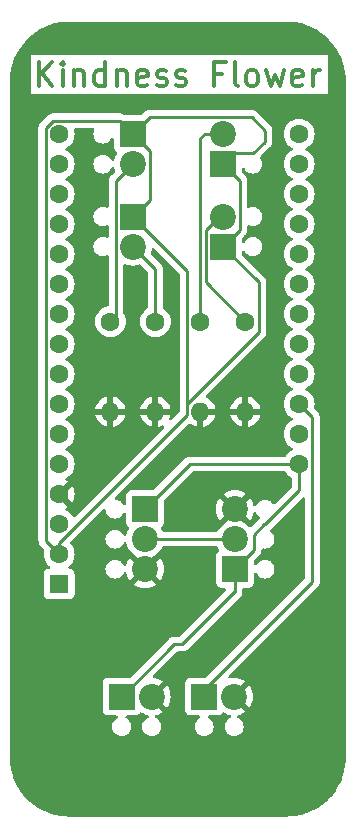
<source format=gbr>
%TF.GenerationSoftware,KiCad,Pcbnew,7.0.7*%
%TF.CreationDate,2024-05-20T11:42:57-06:00*%
%TF.ProjectId,KindFlowerPCB,4b696e64-466c-46f7-9765-725043422e6b,rev?*%
%TF.SameCoordinates,Original*%
%TF.FileFunction,Copper,L1,Top*%
%TF.FilePolarity,Positive*%
%FSLAX46Y46*%
G04 Gerber Fmt 4.6, Leading zero omitted, Abs format (unit mm)*
G04 Created by KiCad (PCBNEW 7.0.7) date 2024-05-20 11:42:57*
%MOMM*%
%LPD*%
G01*
G04 APERTURE LIST*
%ADD10C,0.300000*%
%TA.AperFunction,NonConductor*%
%ADD11C,0.300000*%
%TD*%
%TA.AperFunction,ComponentPad*%
%ADD12R,1.600000X1.600000*%
%TD*%
%TA.AperFunction,ComponentPad*%
%ADD13C,1.600000*%
%TD*%
%TA.AperFunction,ComponentPad*%
%ADD14C,2.200000*%
%TD*%
%TA.AperFunction,ComponentPad*%
%ADD15R,2.200000X2.200000*%
%TD*%
%TA.AperFunction,ComponentPad*%
%ADD16O,1.600000X1.600000*%
%TD*%
%TA.AperFunction,Conductor*%
%ADD17C,0.250000*%
%TD*%
G04 APERTURE END LIST*
D10*
D11*
X134537539Y-93719638D02*
X134537539Y-91719638D01*
X135680396Y-93719638D02*
X134823253Y-92576780D01*
X135680396Y-91719638D02*
X134537539Y-92862495D01*
X136537539Y-93719638D02*
X136537539Y-92386304D01*
X136537539Y-91719638D02*
X136442301Y-91814876D01*
X136442301Y-91814876D02*
X136537539Y-91910114D01*
X136537539Y-91910114D02*
X136632777Y-91814876D01*
X136632777Y-91814876D02*
X136537539Y-91719638D01*
X136537539Y-91719638D02*
X136537539Y-91910114D01*
X137489920Y-92386304D02*
X137489920Y-93719638D01*
X137489920Y-92576780D02*
X137585158Y-92481542D01*
X137585158Y-92481542D02*
X137775634Y-92386304D01*
X137775634Y-92386304D02*
X138061349Y-92386304D01*
X138061349Y-92386304D02*
X138251825Y-92481542D01*
X138251825Y-92481542D02*
X138347063Y-92672019D01*
X138347063Y-92672019D02*
X138347063Y-93719638D01*
X140156587Y-93719638D02*
X140156587Y-91719638D01*
X140156587Y-93624400D02*
X139966111Y-93719638D01*
X139966111Y-93719638D02*
X139585158Y-93719638D01*
X139585158Y-93719638D02*
X139394682Y-93624400D01*
X139394682Y-93624400D02*
X139299444Y-93529161D01*
X139299444Y-93529161D02*
X139204206Y-93338685D01*
X139204206Y-93338685D02*
X139204206Y-92767257D01*
X139204206Y-92767257D02*
X139299444Y-92576780D01*
X139299444Y-92576780D02*
X139394682Y-92481542D01*
X139394682Y-92481542D02*
X139585158Y-92386304D01*
X139585158Y-92386304D02*
X139966111Y-92386304D01*
X139966111Y-92386304D02*
X140156587Y-92481542D01*
X141108968Y-92386304D02*
X141108968Y-93719638D01*
X141108968Y-92576780D02*
X141204206Y-92481542D01*
X141204206Y-92481542D02*
X141394682Y-92386304D01*
X141394682Y-92386304D02*
X141680397Y-92386304D01*
X141680397Y-92386304D02*
X141870873Y-92481542D01*
X141870873Y-92481542D02*
X141966111Y-92672019D01*
X141966111Y-92672019D02*
X141966111Y-93719638D01*
X143680397Y-93624400D02*
X143489921Y-93719638D01*
X143489921Y-93719638D02*
X143108968Y-93719638D01*
X143108968Y-93719638D02*
X142918492Y-93624400D01*
X142918492Y-93624400D02*
X142823254Y-93433923D01*
X142823254Y-93433923D02*
X142823254Y-92672019D01*
X142823254Y-92672019D02*
X142918492Y-92481542D01*
X142918492Y-92481542D02*
X143108968Y-92386304D01*
X143108968Y-92386304D02*
X143489921Y-92386304D01*
X143489921Y-92386304D02*
X143680397Y-92481542D01*
X143680397Y-92481542D02*
X143775635Y-92672019D01*
X143775635Y-92672019D02*
X143775635Y-92862495D01*
X143775635Y-92862495D02*
X142823254Y-93052971D01*
X144537540Y-93624400D02*
X144728016Y-93719638D01*
X144728016Y-93719638D02*
X145108968Y-93719638D01*
X145108968Y-93719638D02*
X145299445Y-93624400D01*
X145299445Y-93624400D02*
X145394683Y-93433923D01*
X145394683Y-93433923D02*
X145394683Y-93338685D01*
X145394683Y-93338685D02*
X145299445Y-93148209D01*
X145299445Y-93148209D02*
X145108968Y-93052971D01*
X145108968Y-93052971D02*
X144823254Y-93052971D01*
X144823254Y-93052971D02*
X144632778Y-92957733D01*
X144632778Y-92957733D02*
X144537540Y-92767257D01*
X144537540Y-92767257D02*
X144537540Y-92672019D01*
X144537540Y-92672019D02*
X144632778Y-92481542D01*
X144632778Y-92481542D02*
X144823254Y-92386304D01*
X144823254Y-92386304D02*
X145108968Y-92386304D01*
X145108968Y-92386304D02*
X145299445Y-92481542D01*
X146156588Y-93624400D02*
X146347064Y-93719638D01*
X146347064Y-93719638D02*
X146728016Y-93719638D01*
X146728016Y-93719638D02*
X146918493Y-93624400D01*
X146918493Y-93624400D02*
X147013731Y-93433923D01*
X147013731Y-93433923D02*
X147013731Y-93338685D01*
X147013731Y-93338685D02*
X146918493Y-93148209D01*
X146918493Y-93148209D02*
X146728016Y-93052971D01*
X146728016Y-93052971D02*
X146442302Y-93052971D01*
X146442302Y-93052971D02*
X146251826Y-92957733D01*
X146251826Y-92957733D02*
X146156588Y-92767257D01*
X146156588Y-92767257D02*
X146156588Y-92672019D01*
X146156588Y-92672019D02*
X146251826Y-92481542D01*
X146251826Y-92481542D02*
X146442302Y-92386304D01*
X146442302Y-92386304D02*
X146728016Y-92386304D01*
X146728016Y-92386304D02*
X146918493Y-92481542D01*
X150061351Y-92672019D02*
X149394684Y-92672019D01*
X149394684Y-93719638D02*
X149394684Y-91719638D01*
X149394684Y-91719638D02*
X150347065Y-91719638D01*
X151394684Y-93719638D02*
X151204208Y-93624400D01*
X151204208Y-93624400D02*
X151108970Y-93433923D01*
X151108970Y-93433923D02*
X151108970Y-91719638D01*
X152442303Y-93719638D02*
X152251827Y-93624400D01*
X152251827Y-93624400D02*
X152156589Y-93529161D01*
X152156589Y-93529161D02*
X152061351Y-93338685D01*
X152061351Y-93338685D02*
X152061351Y-92767257D01*
X152061351Y-92767257D02*
X152156589Y-92576780D01*
X152156589Y-92576780D02*
X152251827Y-92481542D01*
X152251827Y-92481542D02*
X152442303Y-92386304D01*
X152442303Y-92386304D02*
X152728018Y-92386304D01*
X152728018Y-92386304D02*
X152918494Y-92481542D01*
X152918494Y-92481542D02*
X153013732Y-92576780D01*
X153013732Y-92576780D02*
X153108970Y-92767257D01*
X153108970Y-92767257D02*
X153108970Y-93338685D01*
X153108970Y-93338685D02*
X153013732Y-93529161D01*
X153013732Y-93529161D02*
X152918494Y-93624400D01*
X152918494Y-93624400D02*
X152728018Y-93719638D01*
X152728018Y-93719638D02*
X152442303Y-93719638D01*
X153775637Y-92386304D02*
X154156589Y-93719638D01*
X154156589Y-93719638D02*
X154537542Y-92767257D01*
X154537542Y-92767257D02*
X154918494Y-93719638D01*
X154918494Y-93719638D02*
X155299446Y-92386304D01*
X156823256Y-93624400D02*
X156632780Y-93719638D01*
X156632780Y-93719638D02*
X156251827Y-93719638D01*
X156251827Y-93719638D02*
X156061351Y-93624400D01*
X156061351Y-93624400D02*
X155966113Y-93433923D01*
X155966113Y-93433923D02*
X155966113Y-92672019D01*
X155966113Y-92672019D02*
X156061351Y-92481542D01*
X156061351Y-92481542D02*
X156251827Y-92386304D01*
X156251827Y-92386304D02*
X156632780Y-92386304D01*
X156632780Y-92386304D02*
X156823256Y-92481542D01*
X156823256Y-92481542D02*
X156918494Y-92672019D01*
X156918494Y-92672019D02*
X156918494Y-92862495D01*
X156918494Y-92862495D02*
X155966113Y-93052971D01*
X157775637Y-93719638D02*
X157775637Y-92386304D01*
X157775637Y-92767257D02*
X157870875Y-92576780D01*
X157870875Y-92576780D02*
X157966113Y-92481542D01*
X157966113Y-92481542D02*
X158156589Y-92386304D01*
X158156589Y-92386304D02*
X158347066Y-92386304D01*
D12*
%TO.P,A1,1,~{RESET}*%
%TO.N,unconnected-(A1-~{RESET}-Pad1)*%
X136246945Y-135890000D03*
D13*
%TO.P,A1,2,3V3*%
%TO.N,+3.3V*%
X136246945Y-133350000D03*
%TO.P,A1,3,AREF*%
%TO.N,unconnected-(A1-AREF-Pad3)*%
X136246945Y-130810000D03*
%TO.P,A1,4,GND*%
%TO.N,GND*%
X136246945Y-128270000D03*
%TO.P,A1,5,A0*%
%TO.N,Net-(A1-A0)*%
X136246945Y-125730000D03*
%TO.P,A1,6,A1*%
%TO.N,Net-(A1-A1)*%
X136246945Y-123190000D03*
%TO.P,A1,7,A2*%
%TO.N,Net-(A1-A2)*%
X136246945Y-120650000D03*
%TO.P,A1,8,A3*%
%TO.N,unconnected-(A1-A3-Pad8)*%
X136246945Y-118110000D03*
%TO.P,A1,9,A4*%
%TO.N,unconnected-(A1-A4-Pad9)*%
X136246945Y-115570000D03*
%TO.P,A1,10,A5*%
%TO.N,Net-(A1-A5)*%
X136246945Y-113030000D03*
%TO.P,A1,11,SCK*%
%TO.N,unconnected-(A1-SCK-Pad11)*%
X136246945Y-110490000D03*
%TO.P,A1,12,MOSI*%
%TO.N,unconnected-(A1-MOSI-Pad12)*%
X136246945Y-107950000D03*
%TO.P,A1,13,MISO*%
%TO.N,unconnected-(A1-MISO-Pad13)*%
X136246945Y-105410000D03*
%TO.P,A1,14,RX*%
%TO.N,unconnected-(A1-RX-Pad14)*%
X136246945Y-102870000D03*
%TO.P,A1,15,TX*%
%TO.N,unconnected-(A1-TX-Pad15)*%
X136246945Y-100330000D03*
%TO.P,A1,16,SPARE*%
%TO.N,unconnected-(A1-SPARE-Pad16)*%
X136246945Y-97790000D03*
%TO.P,A1,17,SDA*%
%TO.N,unconnected-(A1-SDA-Pad17)*%
X156566945Y-97790000D03*
%TO.P,A1,18,SCL*%
%TO.N,unconnected-(A1-SCL-Pad18)*%
X156566945Y-100330000D03*
%TO.P,A1,19,D0*%
%TO.N,unconnected-(A1-D0-Pad19)*%
X156566945Y-102870000D03*
%TO.P,A1,20,D1*%
%TO.N,unconnected-(A1-D1-Pad20)*%
X156566945Y-105410000D03*
%TO.P,A1,21,D2*%
%TO.N,Net-(A1-D2)*%
X156566945Y-107950000D03*
%TO.P,A1,22,D3*%
%TO.N,unconnected-(A1-D3-Pad22)*%
X156566945Y-110490000D03*
%TO.P,A1,23,D4*%
%TO.N,unconnected-(A1-D4-Pad23)*%
X156566945Y-113030000D03*
%TO.P,A1,24,D5*%
%TO.N,unconnected-(A1-D5-Pad24)*%
X156566945Y-115570000D03*
%TO.P,A1,25,D6*%
%TO.N,unconnected-(A1-D6-Pad25)*%
X156566945Y-118110000D03*
%TO.P,A1,26,USB*%
%TO.N,+5V*%
X156566945Y-120650000D03*
%TO.P,A1,27,EN*%
%TO.N,unconnected-(A1-EN-Pad27)*%
X156566945Y-123190000D03*
%TO.P,A1,28,VBAT*%
%TO.N,+BATT*%
X156566945Y-125730000D03*
%TD*%
D14*
%TO.P,J1,2,Pin_2*%
%TO.N,GND*%
X144076945Y-145415000D03*
D15*
%TO.P,J1,1,Pin_1*%
%TO.N,+BATT*%
X141536945Y-145415000D03*
%TD*%
D16*
%TO.P,R2,2*%
%TO.N,GND*%
X152014445Y-121285000D03*
D13*
%TO.P,R2,1*%
%TO.N,Net-(A1-A5)*%
X152014445Y-113665000D03*
%TD*%
D15*
%TO.P,J6,1,Pin_1*%
%TO.N,+3.3V*%
X150109445Y-107315000D03*
D14*
%TO.P,J6,2,Pin_2*%
%TO.N,Net-(A1-A5)*%
X150109445Y-104775000D03*
%TD*%
D15*
%TO.P,J3,1,Pin_1*%
%TO.N,+5V*%
X148521945Y-145415000D03*
D14*
%TO.P,J3,2,Pin_2*%
%TO.N,GND*%
X151061945Y-145415000D03*
%TD*%
D15*
%TO.P,J4,1,Pin_1*%
%TO.N,+3.3V*%
X142489445Y-104775000D03*
D14*
%TO.P,J4,2,Pin_2*%
%TO.N,Net-(A1-A2)*%
X142489445Y-107315000D03*
%TD*%
D15*
%TO.P,J5,1,Pin_1*%
%TO.N,+3.3V*%
X142489445Y-97790000D03*
D14*
%TO.P,J5,2,Pin_2*%
%TO.N,Net-(A1-A1)*%
X142489445Y-100330000D03*
%TD*%
D15*
%TO.P,J8,1,Pin_1*%
%TO.N,+BATT*%
X151130000Y-134620000D03*
D14*
%TO.P,J8,2,Pin_2*%
%TO.N,Net-(A1-D2)*%
X151130000Y-132080000D03*
%TO.P,J8,3,Pin_3*%
%TO.N,GND*%
X151130000Y-129540000D03*
%TD*%
D16*
%TO.P,R3,2*%
%TO.N,GND*%
X148204445Y-121285000D03*
D13*
%TO.P,R3,1*%
%TO.N,Net-(A1-A0)*%
X148204445Y-113665000D03*
%TD*%
D15*
%TO.P,J2,1,Pin_1*%
%TO.N,+3.3V*%
X150109445Y-100330000D03*
D14*
%TO.P,J2,2,Pin_2*%
%TO.N,Net-(A1-A0)*%
X150109445Y-97790000D03*
%TD*%
%TO.P,J7,3,Pin_3*%
%TO.N,GND*%
X143510000Y-134620000D03*
%TO.P,J7,2,Pin_2*%
%TO.N,Net-(A1-D2)*%
X143510000Y-132080000D03*
D15*
%TO.P,J7,1,Pin_1*%
%TO.N,+BATT*%
X143510000Y-129540000D03*
%TD*%
D16*
%TO.P,R5,2*%
%TO.N,GND*%
X140584445Y-121285000D03*
D13*
%TO.P,R5,1*%
%TO.N,Net-(A1-A1)*%
X140584445Y-113665000D03*
%TD*%
D16*
%TO.P,R4,2*%
%TO.N,GND*%
X144394445Y-121285000D03*
D13*
%TO.P,R4,1*%
%TO.N,Net-(A1-A2)*%
X144394445Y-113665000D03*
%TD*%
D17*
%TO.N,+BATT*%
X146685000Y-140970000D02*
X151086879Y-136568121D01*
X145981945Y-140970000D02*
X146685000Y-140970000D01*
X141536945Y-145415000D02*
X145981945Y-140970000D01*
X151086879Y-136568121D02*
X151130000Y-136568121D01*
%TO.N,+5V*%
X157691945Y-121775000D02*
X156566945Y-120650000D01*
X148521945Y-144848055D02*
X157691945Y-135678055D01*
X157691945Y-135678055D02*
X157691945Y-121775000D01*
X148521945Y-145415000D02*
X148521945Y-144848055D01*
%TO.N,+BATT*%
X151130000Y-136568121D02*
X151130000Y-134620000D01*
%TO.N,+3.3V*%
X153139445Y-114590000D02*
X147079445Y-120650000D01*
X153139445Y-110345000D02*
X153139445Y-114590000D01*
X150109445Y-107315000D02*
X153139445Y-110345000D01*
X147079445Y-109365000D02*
X147079445Y-120650000D01*
X147079445Y-120650000D02*
X147079445Y-121568491D01*
X136246945Y-132400991D02*
X136246945Y-133350000D01*
X147079445Y-121568491D02*
X136246945Y-132400991D01*
X142489445Y-104775000D02*
X147079445Y-109365000D01*
X143914445Y-103350000D02*
X142489445Y-104775000D01*
X143914445Y-99215000D02*
X143914445Y-103350000D01*
X142489445Y-97790000D02*
X143914445Y-99215000D01*
X151534445Y-105890000D02*
X150109445Y-107315000D01*
X151534445Y-101755000D02*
X151534445Y-105890000D01*
X150109445Y-100330000D02*
X151534445Y-101755000D01*
X152690000Y-99405000D02*
X151034445Y-99405000D01*
X151034445Y-99405000D02*
X150109445Y-100330000D01*
X153670000Y-97502407D02*
X153670000Y-98425000D01*
X153670000Y-98425000D02*
X152690000Y-99405000D01*
X152532593Y-96365000D02*
X153670000Y-97502407D01*
X143914445Y-96365000D02*
X152532593Y-96365000D01*
X142489445Y-97790000D02*
X143914445Y-96365000D01*
X135745000Y-96665000D02*
X141364445Y-96665000D01*
X141364445Y-96665000D02*
X142489445Y-97790000D01*
X135121945Y-97288055D02*
X135745000Y-96665000D01*
X135121945Y-132225000D02*
X135121945Y-97288055D01*
X136246945Y-133350000D02*
X135121945Y-132225000D01*
%TO.N,Net-(A1-A1)*%
X141064445Y-101755000D02*
X142489445Y-100330000D01*
X141064445Y-113185000D02*
X141064445Y-101755000D01*
X140584445Y-113665000D02*
X141064445Y-113185000D01*
%TO.N,Net-(A1-A2)*%
X144394445Y-109220000D02*
X142489445Y-107315000D01*
X144394445Y-113665000D02*
X144394445Y-109220000D01*
%TO.N,Net-(A1-A5)*%
X148654445Y-110305000D02*
X148654445Y-105920000D01*
X152014445Y-113665000D02*
X148654445Y-110305000D01*
X148654445Y-105920000D02*
X149799445Y-104775000D01*
X149799445Y-104775000D02*
X150109445Y-104775000D01*
%TO.N,Net-(A1-A0)*%
X148553811Y-97790000D02*
X150109445Y-97790000D01*
X148204445Y-98139366D02*
X148553811Y-97790000D01*
X148204445Y-113665000D02*
X148204445Y-98139366D01*
%TO.N,+BATT*%
X147320000Y-125730000D02*
X156566945Y-125730000D01*
X143510000Y-129540000D02*
X147320000Y-125730000D01*
X156566945Y-127951203D02*
X156566945Y-125730000D01*
X153708148Y-130810000D02*
X156566945Y-127951203D01*
X152745000Y-133005000D02*
X152745000Y-131696852D01*
X152745000Y-131696852D02*
X153631852Y-130810000D01*
X151130000Y-134620000D02*
X152745000Y-133005000D01*
X153631852Y-130810000D02*
X153708148Y-130810000D01*
%TO.N,Net-(A1-D2)*%
X143510000Y-132080000D02*
X151130000Y-132080000D01*
%TO.N,+5V*%
X149268121Y-145415000D02*
X149268121Y-145371879D01*
%TD*%
%TA.AperFunction,Conductor*%
%TO.N,GND*%
G36*
X155419796Y-126375185D02*
G01*
X155454332Y-126408377D01*
X155566899Y-126569141D01*
X155727803Y-126730045D01*
X155888568Y-126842613D01*
X155932193Y-126897189D01*
X155941445Y-126944188D01*
X155941445Y-127640749D01*
X155921760Y-127707788D01*
X155905126Y-127728430D01*
X154523985Y-129109570D01*
X154462662Y-129143055D01*
X154392970Y-129138071D01*
X154337037Y-129096199D01*
X154331310Y-129087861D01*
X154303777Y-129044043D01*
X154299816Y-129037738D01*
X154172262Y-128910184D01*
X154147137Y-128894397D01*
X154019523Y-128814211D01*
X153849254Y-128754631D01*
X153849249Y-128754630D01*
X153714960Y-128739500D01*
X153714954Y-128739500D01*
X153625046Y-128739500D01*
X153625039Y-128739500D01*
X153490750Y-128754630D01*
X153490745Y-128754631D01*
X153320476Y-128814211D01*
X153167737Y-128910184D01*
X153040184Y-129037737D01*
X152944209Y-129190479D01*
X152933578Y-129220862D01*
X152892856Y-129277638D01*
X152827903Y-129303384D01*
X152759341Y-129289927D01*
X152708939Y-129241539D01*
X152695963Y-129208853D01*
X152656396Y-129044043D01*
X152560019Y-128811368D01*
X152428432Y-128596638D01*
X152428430Y-128596636D01*
X152427732Y-128595819D01*
X152427731Y-128595819D01*
X151778517Y-129245034D01*
X151717194Y-129278519D01*
X151647502Y-129273535D01*
X151591569Y-129231663D01*
X151588486Y-129226750D01*
X151588451Y-129226775D01*
X151583558Y-129219843D01*
X151480360Y-129109346D01*
X151480358Y-129109345D01*
X151445300Y-129088026D01*
X151398248Y-129036375D01*
X151386590Y-128967485D01*
X151414027Y-128903228D01*
X151422047Y-128894397D01*
X152074178Y-128242266D01*
X152074178Y-128242264D01*
X152073374Y-128241577D01*
X152073358Y-128241566D01*
X151858631Y-128109980D01*
X151625956Y-128013603D01*
X151381072Y-127954812D01*
X151129999Y-127935052D01*
X150878927Y-127954812D01*
X150634043Y-128013603D01*
X150401368Y-128109980D01*
X150186637Y-128241568D01*
X150185820Y-128242266D01*
X150836833Y-128893280D01*
X150870318Y-128954603D01*
X150865334Y-129024295D01*
X150827408Y-129077148D01*
X150724262Y-129161064D01*
X150724258Y-129161069D01*
X150673947Y-129232344D01*
X150619205Y-129275761D01*
X150549680Y-129282690D01*
X150487445Y-129250931D01*
X150484962Y-129248516D01*
X149832266Y-128595820D01*
X149831568Y-128596637D01*
X149699980Y-128811368D01*
X149603603Y-129044043D01*
X149544812Y-129288927D01*
X149525052Y-129540000D01*
X149544812Y-129791072D01*
X149603603Y-130035956D01*
X149699980Y-130268631D01*
X149831566Y-130483358D01*
X149831577Y-130483374D01*
X149832264Y-130484178D01*
X149832266Y-130484178D01*
X150481481Y-129834963D01*
X150542804Y-129801478D01*
X150612495Y-129806462D01*
X150668429Y-129848333D01*
X150671514Y-129853249D01*
X150671549Y-129853225D01*
X150676441Y-129860156D01*
X150779639Y-129970653D01*
X150779641Y-129970654D01*
X150792019Y-129978181D01*
X150814696Y-129991971D01*
X150861749Y-130043621D01*
X150873408Y-130112511D01*
X150845972Y-130176769D01*
X150837951Y-130185601D01*
X150341473Y-130682079D01*
X150318582Y-130700125D01*
X150186346Y-130781160D01*
X150186343Y-130781161D01*
X149994776Y-130944776D01*
X149831161Y-131136343D01*
X149831160Y-131136346D01*
X149699533Y-131351141D01*
X149699532Y-131351143D01*
X149688428Y-131377952D01*
X149644588Y-131432356D01*
X149578294Y-131454421D01*
X149573867Y-131454500D01*
X145066133Y-131454500D01*
X144999094Y-131434815D01*
X144953339Y-131382011D01*
X144951572Y-131377952D01*
X144940467Y-131351143D01*
X144940466Y-131351141D01*
X144905837Y-131294632D01*
X144859478Y-131218982D01*
X144841234Y-131151538D01*
X144862350Y-131084935D01*
X144890891Y-131054929D01*
X144967546Y-130997546D01*
X145053796Y-130882331D01*
X145104091Y-130747483D01*
X145110500Y-130687873D01*
X145110499Y-128875450D01*
X145130184Y-128808412D01*
X145146813Y-128787775D01*
X147542770Y-126391819D01*
X147604094Y-126358334D01*
X147630452Y-126355500D01*
X155352757Y-126355500D01*
X155419796Y-126375185D01*
G37*
%TD.AperFunction*%
%TA.AperFunction,Conductor*%
G36*
X152862348Y-129784866D02*
G01*
X152917373Y-129827925D01*
X152933578Y-129859138D01*
X152944209Y-129889519D01*
X153040184Y-130042262D01*
X153167740Y-130169818D01*
X153167806Y-130169859D01*
X153167839Y-130169896D01*
X153173184Y-130174159D01*
X153172437Y-130175095D01*
X153214098Y-130222193D01*
X153224747Y-130291246D01*
X153197377Y-130353895D01*
X153170562Y-130386308D01*
X153166629Y-130390630D01*
X152520041Y-131037218D01*
X152458718Y-131070703D01*
X152389026Y-131065719D01*
X152338072Y-131030070D01*
X152265224Y-130944776D01*
X152192115Y-130882335D01*
X152073656Y-130781161D01*
X152073653Y-130781160D01*
X151941415Y-130700124D01*
X151918524Y-130682078D01*
X151423165Y-130186719D01*
X151389680Y-130125396D01*
X151394664Y-130055704D01*
X151432589Y-130002852D01*
X151535739Y-129918934D01*
X151586052Y-129847655D01*
X151640793Y-129804239D01*
X151710318Y-129797309D01*
X151772553Y-129829067D01*
X151775037Y-129831483D01*
X152427732Y-130484179D01*
X152428424Y-130483371D01*
X152428432Y-130483360D01*
X152560019Y-130268631D01*
X152656396Y-130035956D01*
X152695963Y-129871146D01*
X152730753Y-129810554D01*
X152792780Y-129778390D01*
X152862348Y-129784866D01*
G37*
%TD.AperFunction*%
%TA.AperFunction,Conductor*%
G36*
X139168412Y-97310185D02*
G01*
X139214167Y-97362989D01*
X139224111Y-97432147D01*
X139218415Y-97455454D01*
X139164077Y-97610742D01*
X139164075Y-97610750D01*
X139143880Y-97789996D01*
X139143880Y-97790003D01*
X139164075Y-97969249D01*
X139164076Y-97969254D01*
X139223656Y-98139523D01*
X139284584Y-98236488D01*
X139319629Y-98292262D01*
X139447183Y-98419816D01*
X139518428Y-98464582D01*
X139581189Y-98504018D01*
X139599923Y-98515789D01*
X139770189Y-98575367D01*
X139770190Y-98575368D01*
X139770195Y-98575369D01*
X139860691Y-98585565D01*
X139904485Y-98590499D01*
X139904488Y-98590500D01*
X139904491Y-98590500D01*
X139994402Y-98590500D01*
X139994403Y-98590499D01*
X140061549Y-98582933D01*
X140128694Y-98575369D01*
X140128697Y-98575368D01*
X140128700Y-98575368D01*
X140298967Y-98515789D01*
X140451707Y-98419816D01*
X140579261Y-98292262D01*
X140659952Y-98163843D01*
X140712286Y-98117553D01*
X140781339Y-98106905D01*
X140845188Y-98135280D01*
X140883560Y-98193669D01*
X140888945Y-98229816D01*
X140888945Y-98937870D01*
X140888946Y-98937876D01*
X140895353Y-98997483D01*
X140945647Y-99132328D01*
X140945651Y-99132335D01*
X141031897Y-99247544D01*
X141031900Y-99247547D01*
X141108549Y-99304927D01*
X141150420Y-99360861D01*
X141155404Y-99430552D01*
X141139965Y-99468983D01*
X141058978Y-99601140D01*
X140962572Y-99833887D01*
X140923176Y-99997983D01*
X140888385Y-100058574D01*
X140826359Y-100090738D01*
X140756790Y-100084262D01*
X140701766Y-100041202D01*
X140685560Y-100009988D01*
X140675234Y-99980479D01*
X140675234Y-99980478D01*
X140579261Y-99827738D01*
X140451707Y-99700184D01*
X140450063Y-99699151D01*
X140298968Y-99604211D01*
X140128699Y-99544631D01*
X140128694Y-99544630D01*
X139994405Y-99529500D01*
X139994399Y-99529500D01*
X139904491Y-99529500D01*
X139904484Y-99529500D01*
X139770195Y-99544630D01*
X139770190Y-99544631D01*
X139599921Y-99604211D01*
X139447182Y-99700184D01*
X139319629Y-99827737D01*
X139223656Y-99980476D01*
X139164076Y-100150745D01*
X139164075Y-100150750D01*
X139143880Y-100329996D01*
X139143880Y-100330003D01*
X139164075Y-100509249D01*
X139164076Y-100509254D01*
X139223656Y-100679523D01*
X139280391Y-100769815D01*
X139319629Y-100832262D01*
X139447183Y-100959816D01*
X139599923Y-101055789D01*
X139770189Y-101115367D01*
X139770190Y-101115368D01*
X139770195Y-101115369D01*
X139860691Y-101125565D01*
X139904485Y-101130499D01*
X139904488Y-101130500D01*
X139904491Y-101130500D01*
X139994402Y-101130500D01*
X139994403Y-101130499D01*
X140061549Y-101122933D01*
X140128694Y-101115369D01*
X140128697Y-101115368D01*
X140128700Y-101115368D01*
X140298967Y-101055789D01*
X140451707Y-100959816D01*
X140579261Y-100832262D01*
X140675234Y-100679522D01*
X140685560Y-100650009D01*
X140726280Y-100593235D01*
X140791232Y-100567486D01*
X140859794Y-100580941D01*
X140910198Y-100629327D01*
X140923176Y-100662017D01*
X140962571Y-100826110D01*
X140973677Y-100852921D01*
X140981146Y-100922390D01*
X140949871Y-100984869D01*
X140946797Y-100988055D01*
X140680653Y-101254199D01*
X140668396Y-101264020D01*
X140668579Y-101264241D01*
X140662568Y-101269213D01*
X140615217Y-101319636D01*
X140594334Y-101340519D01*
X140594322Y-101340532D01*
X140590066Y-101346017D01*
X140586282Y-101350447D01*
X140554382Y-101384418D01*
X140554381Y-101384420D01*
X140544729Y-101401976D01*
X140534055Y-101418226D01*
X140521774Y-101434061D01*
X140521769Y-101434068D01*
X140503260Y-101476838D01*
X140500690Y-101482084D01*
X140478248Y-101522906D01*
X140473267Y-101542307D01*
X140466966Y-101560710D01*
X140459007Y-101579102D01*
X140459006Y-101579105D01*
X140451716Y-101625127D01*
X140450532Y-101630846D01*
X140438946Y-101675972D01*
X140438945Y-101675982D01*
X140438945Y-101696016D01*
X140437418Y-101715413D01*
X140434285Y-101735196D01*
X140435231Y-101745203D01*
X140438670Y-101781583D01*
X140438945Y-101787421D01*
X140438945Y-103923429D01*
X140419260Y-103990468D01*
X140366456Y-104036223D01*
X140297298Y-104046167D01*
X140273991Y-104040471D01*
X140128702Y-103989632D01*
X140128694Y-103989630D01*
X139994405Y-103974500D01*
X139994399Y-103974500D01*
X139904491Y-103974500D01*
X139904484Y-103974500D01*
X139770195Y-103989630D01*
X139770190Y-103989631D01*
X139599921Y-104049211D01*
X139447182Y-104145184D01*
X139319629Y-104272737D01*
X139223656Y-104425476D01*
X139164076Y-104595745D01*
X139164075Y-104595750D01*
X139143880Y-104774996D01*
X139143880Y-104775003D01*
X139164075Y-104954249D01*
X139164076Y-104954254D01*
X139223656Y-105124523D01*
X139319629Y-105277261D01*
X139319629Y-105277262D01*
X139447183Y-105404816D01*
X139599923Y-105500789D01*
X139713968Y-105540695D01*
X139770190Y-105560368D01*
X139770195Y-105560369D01*
X139860691Y-105570565D01*
X139904485Y-105575499D01*
X139904488Y-105575500D01*
X139904491Y-105575500D01*
X139994402Y-105575500D01*
X139994403Y-105575499D01*
X140061549Y-105567933D01*
X140128694Y-105560369D01*
X140128696Y-105560368D01*
X140128700Y-105560368D01*
X140128703Y-105560366D01*
X140128707Y-105560366D01*
X140273990Y-105509529D01*
X140343769Y-105505967D01*
X140404396Y-105540695D01*
X140436624Y-105602688D01*
X140438945Y-105626570D01*
X140438945Y-106463429D01*
X140419260Y-106530468D01*
X140366456Y-106576223D01*
X140297298Y-106586167D01*
X140273991Y-106580471D01*
X140128702Y-106529632D01*
X140128694Y-106529630D01*
X139994405Y-106514500D01*
X139994399Y-106514500D01*
X139904491Y-106514500D01*
X139904484Y-106514500D01*
X139770195Y-106529630D01*
X139770190Y-106529631D01*
X139599921Y-106589211D01*
X139447182Y-106685184D01*
X139319629Y-106812737D01*
X139223656Y-106965476D01*
X139164076Y-107135745D01*
X139164075Y-107135750D01*
X139143880Y-107314996D01*
X139143880Y-107315003D01*
X139164075Y-107494249D01*
X139164076Y-107494254D01*
X139223656Y-107664523D01*
X139280391Y-107754815D01*
X139319629Y-107817262D01*
X139447183Y-107944816D01*
X139599923Y-108040789D01*
X139713968Y-108080695D01*
X139770190Y-108100368D01*
X139770195Y-108100369D01*
X139860691Y-108110565D01*
X139904485Y-108115499D01*
X139904488Y-108115500D01*
X139904491Y-108115500D01*
X139994402Y-108115500D01*
X139994403Y-108115499D01*
X140061549Y-108107933D01*
X140128694Y-108100369D01*
X140128696Y-108100368D01*
X140128700Y-108100368D01*
X140128703Y-108100366D01*
X140128707Y-108100366D01*
X140273990Y-108049529D01*
X140343769Y-108045967D01*
X140404396Y-108080695D01*
X140436624Y-108142688D01*
X140438945Y-108166570D01*
X140438945Y-112262461D01*
X140419260Y-112329500D01*
X140366456Y-112375255D01*
X140347038Y-112382236D01*
X140137956Y-112438258D01*
X140137947Y-112438261D01*
X139931712Y-112534431D01*
X139931710Y-112534432D01*
X139745303Y-112664954D01*
X139584399Y-112825858D01*
X139453877Y-113012265D01*
X139453876Y-113012267D01*
X139357706Y-113218502D01*
X139357703Y-113218511D01*
X139298811Y-113438302D01*
X139298809Y-113438313D01*
X139278977Y-113664998D01*
X139278977Y-113665001D01*
X139298809Y-113891686D01*
X139298811Y-113891697D01*
X139357703Y-114111488D01*
X139357706Y-114111497D01*
X139453876Y-114317732D01*
X139453877Y-114317734D01*
X139584399Y-114504141D01*
X139745303Y-114665045D01*
X139745306Y-114665047D01*
X139931711Y-114795568D01*
X140137949Y-114891739D01*
X140357753Y-114950635D01*
X140519675Y-114964801D01*
X140584443Y-114970468D01*
X140584445Y-114970468D01*
X140584447Y-114970468D01*
X140641118Y-114965509D01*
X140811137Y-114950635D01*
X141030941Y-114891739D01*
X141237179Y-114795568D01*
X141423584Y-114665047D01*
X141584492Y-114504139D01*
X141715013Y-114317734D01*
X141811184Y-114111496D01*
X141870080Y-113891692D01*
X141887079Y-113697384D01*
X141889913Y-113665001D01*
X141889913Y-113664998D01*
X141870080Y-113438313D01*
X141870080Y-113438308D01*
X141811184Y-113218504D01*
X141715013Y-113012266D01*
X141712368Y-113008488D01*
X141690042Y-112942281D01*
X141689945Y-112937368D01*
X141689945Y-108901784D01*
X141709630Y-108834745D01*
X141762434Y-108788990D01*
X141831592Y-108779046D01*
X141861394Y-108787221D01*
X141993334Y-108841873D01*
X142238297Y-108900683D01*
X142489445Y-108920449D01*
X142740593Y-108900683D01*
X142985556Y-108841873D01*
X143012368Y-108830766D01*
X143081836Y-108823298D01*
X143144315Y-108854573D01*
X143147501Y-108857647D01*
X143732626Y-109442771D01*
X143766111Y-109504094D01*
X143768945Y-109530452D01*
X143768945Y-112450811D01*
X143749260Y-112517850D01*
X143716068Y-112552386D01*
X143555304Y-112664953D01*
X143394399Y-112825858D01*
X143263877Y-113012265D01*
X143263876Y-113012267D01*
X143167706Y-113218502D01*
X143167703Y-113218511D01*
X143108811Y-113438302D01*
X143108809Y-113438313D01*
X143088977Y-113664998D01*
X143088977Y-113665001D01*
X143108809Y-113891686D01*
X143108811Y-113891697D01*
X143167703Y-114111488D01*
X143167706Y-114111497D01*
X143263876Y-114317732D01*
X143263877Y-114317734D01*
X143394399Y-114504141D01*
X143555303Y-114665045D01*
X143555306Y-114665047D01*
X143741711Y-114795568D01*
X143947949Y-114891739D01*
X144167753Y-114950635D01*
X144329675Y-114964801D01*
X144394443Y-114970468D01*
X144394445Y-114970468D01*
X144394447Y-114970468D01*
X144451118Y-114965509D01*
X144621137Y-114950635D01*
X144840941Y-114891739D01*
X145047179Y-114795568D01*
X145233584Y-114665047D01*
X145394492Y-114504139D01*
X145525013Y-114317734D01*
X145621184Y-114111496D01*
X145680080Y-113891692D01*
X145697079Y-113697384D01*
X145699913Y-113665001D01*
X145699913Y-113664998D01*
X145680080Y-113438313D01*
X145680080Y-113438308D01*
X145621184Y-113218504D01*
X145525013Y-113012266D01*
X145394492Y-112825861D01*
X145394490Y-112825858D01*
X145233585Y-112664953D01*
X145072822Y-112552386D01*
X145029197Y-112497809D01*
X145019945Y-112450811D01*
X145019945Y-109302742D01*
X145021669Y-109287122D01*
X145021384Y-109287096D01*
X145022116Y-109279340D01*
X145022118Y-109279333D01*
X145019945Y-109210185D01*
X145019945Y-109180650D01*
X145019076Y-109173772D01*
X145018617Y-109167943D01*
X145017154Y-109121372D01*
X145011567Y-109102144D01*
X145007619Y-109083084D01*
X145005109Y-109063208D01*
X145005108Y-109063206D01*
X145005108Y-109063204D01*
X144987957Y-109019887D01*
X144986064Y-109014358D01*
X144973063Y-108969609D01*
X144973061Y-108969606D01*
X144962868Y-108952371D01*
X144954306Y-108934894D01*
X144946932Y-108916270D01*
X144946372Y-108915499D01*
X144919524Y-108878545D01*
X144916333Y-108873686D01*
X144892617Y-108833583D01*
X144892610Y-108833574D01*
X144878451Y-108819415D01*
X144865813Y-108804619D01*
X144861774Y-108799060D01*
X144854039Y-108788413D01*
X144842716Y-108779046D01*
X144818133Y-108758709D01*
X144813821Y-108754786D01*
X144032091Y-107973056D01*
X143998606Y-107911733D01*
X144003590Y-107842041D01*
X144005179Y-107838000D01*
X144016318Y-107811111D01*
X144075128Y-107566148D01*
X144077435Y-107536827D01*
X144102317Y-107471544D01*
X144158547Y-107430072D01*
X144228272Y-107425584D01*
X144288733Y-107458878D01*
X146417626Y-109587771D01*
X146451111Y-109649094D01*
X146453945Y-109675452D01*
X146453945Y-120591016D01*
X146452418Y-120610415D01*
X146449285Y-120630194D01*
X146449285Y-120630195D01*
X146453670Y-120676583D01*
X146453945Y-120682421D01*
X146453945Y-121258037D01*
X146434260Y-121325076D01*
X146417626Y-121345718D01*
X145758600Y-122004744D01*
X145697277Y-122038229D01*
X145627585Y-122033245D01*
X145571652Y-121991373D01*
X145547235Y-121925909D01*
X145558537Y-121864658D01*
X145620711Y-121731326D01*
X145620714Y-121731317D01*
X145673317Y-121535000D01*
X144905021Y-121535000D01*
X144837982Y-121515315D01*
X144792227Y-121462511D01*
X144782283Y-121393353D01*
X144782548Y-121391603D01*
X144799431Y-121285003D01*
X144799431Y-121284996D01*
X144782548Y-121178397D01*
X144791503Y-121109104D01*
X144836499Y-121055652D01*
X144903251Y-121035013D01*
X144905021Y-121035000D01*
X145673317Y-121035000D01*
X145673317Y-121034999D01*
X145620714Y-120838682D01*
X145620710Y-120838673D01*
X145524579Y-120632517D01*
X145394102Y-120446179D01*
X145233265Y-120285342D01*
X145046927Y-120154865D01*
X144840773Y-120058734D01*
X144644445Y-120006127D01*
X144644445Y-120774424D01*
X144624760Y-120841463D01*
X144571956Y-120887218D01*
X144502798Y-120897162D01*
X144501047Y-120896897D01*
X144425931Y-120885000D01*
X144425926Y-120885000D01*
X144362964Y-120885000D01*
X144362959Y-120885000D01*
X144287843Y-120896897D01*
X144218549Y-120887942D01*
X144165097Y-120842946D01*
X144144458Y-120776194D01*
X144144445Y-120774424D01*
X144144445Y-120006127D01*
X143948116Y-120058734D01*
X143741962Y-120154865D01*
X143555624Y-120285342D01*
X143394787Y-120446179D01*
X143264310Y-120632517D01*
X143168179Y-120838673D01*
X143168175Y-120838682D01*
X143115572Y-121034999D01*
X143115573Y-121035000D01*
X143883869Y-121035000D01*
X143950908Y-121054685D01*
X143996663Y-121107489D01*
X144006607Y-121176647D01*
X144006342Y-121178397D01*
X143989459Y-121284996D01*
X143989459Y-121285003D01*
X144006342Y-121391603D01*
X143997387Y-121460896D01*
X143952391Y-121514348D01*
X143885639Y-121534987D01*
X143883869Y-121535000D01*
X143115573Y-121535000D01*
X143168175Y-121731317D01*
X143168179Y-121731326D01*
X143264310Y-121937482D01*
X143394787Y-122123820D01*
X143555624Y-122284657D01*
X143741962Y-122415134D01*
X143948118Y-122511265D01*
X143948127Y-122511269D01*
X144144444Y-122563872D01*
X144144445Y-122563871D01*
X144144445Y-121795575D01*
X144164130Y-121728536D01*
X144216934Y-121682781D01*
X144286092Y-121672837D01*
X144287776Y-121673091D01*
X144320144Y-121678218D01*
X144362960Y-121685000D01*
X144362964Y-121685000D01*
X144425930Y-121685000D01*
X144468745Y-121678218D01*
X144501047Y-121673102D01*
X144570339Y-121682056D01*
X144623792Y-121727052D01*
X144644432Y-121793803D01*
X144644445Y-121795575D01*
X144644445Y-122563872D01*
X144840762Y-122511269D01*
X144840771Y-122511266D01*
X144974103Y-122449092D01*
X145043180Y-122438600D01*
X145106964Y-122467120D01*
X145145204Y-122525596D01*
X145145759Y-122595463D01*
X145114189Y-122649155D01*
X137575421Y-130187922D01*
X137514098Y-130221407D01*
X137444406Y-130216423D01*
X137388473Y-130174551D01*
X137380756Y-130161647D01*
X137380221Y-130161957D01*
X137377512Y-130157265D01*
X137355197Y-130125396D01*
X137246992Y-129970861D01*
X137246990Y-129970858D01*
X137086086Y-129809954D01*
X136899680Y-129679433D01*
X136899681Y-129679433D01*
X136899679Y-129679432D01*
X136841077Y-129652105D01*
X136788639Y-129605933D01*
X136769488Y-129538739D01*
X136789704Y-129471858D01*
X136841080Y-129427341D01*
X136899427Y-129400133D01*
X136972417Y-129349025D01*
X136430811Y-128807419D01*
X136397326Y-128746096D01*
X136402310Y-128676404D01*
X136444182Y-128620471D01*
X136462190Y-128609258D01*
X136484990Y-128597641D01*
X136574586Y-128508045D01*
X136586199Y-128485252D01*
X136634170Y-128434458D01*
X136701991Y-128417661D01*
X136768126Y-128440197D01*
X136784364Y-128453866D01*
X137325970Y-128995472D01*
X137377081Y-128922478D01*
X137473209Y-128716331D01*
X137473214Y-128716317D01*
X137532084Y-128496610D01*
X137532086Y-128496599D01*
X137551911Y-128270002D01*
X137551911Y-128269997D01*
X137532086Y-128043400D01*
X137532084Y-128043389D01*
X137473214Y-127823682D01*
X137473210Y-127823673D01*
X137377078Y-127617516D01*
X137377076Y-127617512D01*
X137325971Y-127544526D01*
X137325970Y-127544526D01*
X136784364Y-128086132D01*
X136723041Y-128119617D01*
X136653349Y-128114633D01*
X136597416Y-128072761D01*
X136586201Y-128054751D01*
X136574586Y-128031955D01*
X136574582Y-128031951D01*
X136574581Y-128031949D01*
X136484995Y-127942363D01*
X136484989Y-127942358D01*
X136470649Y-127935052D01*
X136462195Y-127930744D01*
X136411401Y-127882773D01*
X136394605Y-127814952D01*
X136417142Y-127748817D01*
X136430810Y-127732580D01*
X136972417Y-127190973D01*
X136899428Y-127139866D01*
X136899426Y-127139865D01*
X136841078Y-127112657D01*
X136788639Y-127066484D01*
X136769487Y-126999291D01*
X136789703Y-126932410D01*
X136841074Y-126887895D01*
X136899679Y-126860568D01*
X137086084Y-126730047D01*
X137246992Y-126569139D01*
X137377513Y-126382734D01*
X137473684Y-126176496D01*
X137532580Y-125956692D01*
X137552413Y-125730000D01*
X137532580Y-125503308D01*
X137473684Y-125283504D01*
X137377513Y-125077266D01*
X137246992Y-124890861D01*
X137246990Y-124890858D01*
X137086086Y-124729954D01*
X136899679Y-124599432D01*
X136899673Y-124599429D01*
X136841670Y-124572382D01*
X136789230Y-124526210D01*
X136770078Y-124459017D01*
X136790293Y-124392135D01*
X136841670Y-124347618D01*
X136899679Y-124320568D01*
X137086084Y-124190047D01*
X137246992Y-124029139D01*
X137377513Y-123842734D01*
X137473684Y-123636496D01*
X137532580Y-123416692D01*
X137552413Y-123190000D01*
X137532580Y-122963308D01*
X137473684Y-122743504D01*
X137377513Y-122537266D01*
X137246992Y-122350861D01*
X137246990Y-122350858D01*
X137086086Y-122189954D01*
X136899679Y-122059432D01*
X136899673Y-122059429D01*
X136841670Y-122032382D01*
X136789230Y-121986210D01*
X136770078Y-121919017D01*
X136790293Y-121852135D01*
X136841670Y-121807618D01*
X136899679Y-121780568D01*
X137086084Y-121650047D01*
X137246992Y-121489139D01*
X137377513Y-121302734D01*
X137473684Y-121096496D01*
X137490162Y-121034999D01*
X139305572Y-121034999D01*
X139305573Y-121035000D01*
X140073869Y-121035000D01*
X140140908Y-121054685D01*
X140186663Y-121107489D01*
X140196607Y-121176647D01*
X140196342Y-121178397D01*
X140179459Y-121284996D01*
X140179459Y-121285003D01*
X140196342Y-121391603D01*
X140187387Y-121460896D01*
X140142391Y-121514348D01*
X140075639Y-121534987D01*
X140073869Y-121535000D01*
X139305573Y-121535000D01*
X139358175Y-121731317D01*
X139358179Y-121731326D01*
X139454310Y-121937482D01*
X139584787Y-122123820D01*
X139745624Y-122284657D01*
X139931962Y-122415134D01*
X140138118Y-122511265D01*
X140138127Y-122511269D01*
X140334444Y-122563872D01*
X140334445Y-122563871D01*
X140334445Y-121795575D01*
X140354130Y-121728536D01*
X140406934Y-121682781D01*
X140476092Y-121672837D01*
X140477776Y-121673091D01*
X140510144Y-121678218D01*
X140552960Y-121685000D01*
X140552964Y-121685000D01*
X140615930Y-121685000D01*
X140658745Y-121678218D01*
X140691047Y-121673102D01*
X140760339Y-121682056D01*
X140813792Y-121727052D01*
X140834432Y-121793803D01*
X140834445Y-121795575D01*
X140834445Y-122563872D01*
X141030762Y-122511269D01*
X141030771Y-122511265D01*
X141236927Y-122415134D01*
X141423265Y-122284657D01*
X141584102Y-122123820D01*
X141714579Y-121937482D01*
X141810710Y-121731326D01*
X141810714Y-121731317D01*
X141863317Y-121535000D01*
X141095021Y-121535000D01*
X141027982Y-121515315D01*
X140982227Y-121462511D01*
X140972283Y-121393353D01*
X140972548Y-121391603D01*
X140989431Y-121285003D01*
X140989431Y-121284996D01*
X140972548Y-121178397D01*
X140981503Y-121109104D01*
X141026499Y-121055652D01*
X141093251Y-121035013D01*
X141095021Y-121035000D01*
X141863317Y-121035000D01*
X141863317Y-121034999D01*
X141810714Y-120838682D01*
X141810710Y-120838673D01*
X141714579Y-120632517D01*
X141584102Y-120446179D01*
X141423265Y-120285342D01*
X141236927Y-120154865D01*
X141030773Y-120058734D01*
X140834445Y-120006127D01*
X140834445Y-120774424D01*
X140814760Y-120841463D01*
X140761956Y-120887218D01*
X140692798Y-120897162D01*
X140691047Y-120896897D01*
X140615931Y-120885000D01*
X140615926Y-120885000D01*
X140552964Y-120885000D01*
X140552959Y-120885000D01*
X140477843Y-120896897D01*
X140408549Y-120887942D01*
X140355097Y-120842946D01*
X140334458Y-120776194D01*
X140334445Y-120774424D01*
X140334445Y-120006127D01*
X140138116Y-120058734D01*
X139931962Y-120154865D01*
X139745624Y-120285342D01*
X139584787Y-120446179D01*
X139454310Y-120632517D01*
X139358179Y-120838673D01*
X139358175Y-120838682D01*
X139305572Y-121034999D01*
X137490162Y-121034999D01*
X137532580Y-120876692D01*
X137552413Y-120650000D01*
X137550883Y-120632517D01*
X137532580Y-120423313D01*
X137532580Y-120423308D01*
X137473684Y-120203504D01*
X137377513Y-119997266D01*
X137246992Y-119810861D01*
X137246990Y-119810858D01*
X137086086Y-119649954D01*
X136899679Y-119519432D01*
X136899673Y-119519429D01*
X136841670Y-119492382D01*
X136789230Y-119446210D01*
X136770078Y-119379017D01*
X136790293Y-119312135D01*
X136841670Y-119267618D01*
X136899679Y-119240568D01*
X137086084Y-119110047D01*
X137246992Y-118949139D01*
X137377513Y-118762734D01*
X137473684Y-118556496D01*
X137532580Y-118336692D01*
X137552413Y-118110000D01*
X137532580Y-117883308D01*
X137473684Y-117663504D01*
X137377513Y-117457266D01*
X137246992Y-117270861D01*
X137246990Y-117270858D01*
X137086086Y-117109954D01*
X136899679Y-116979432D01*
X136899673Y-116979429D01*
X136841670Y-116952382D01*
X136789230Y-116906210D01*
X136770078Y-116839017D01*
X136790293Y-116772135D01*
X136841670Y-116727618D01*
X136899679Y-116700568D01*
X137086084Y-116570047D01*
X137246992Y-116409139D01*
X137377513Y-116222734D01*
X137473684Y-116016496D01*
X137532580Y-115796692D01*
X137552413Y-115570000D01*
X137532580Y-115343308D01*
X137487861Y-115176415D01*
X137473686Y-115123511D01*
X137473683Y-115123502D01*
X137377513Y-114917266D01*
X137246992Y-114730861D01*
X137246990Y-114730858D01*
X137086086Y-114569954D01*
X136899679Y-114439432D01*
X136899673Y-114439429D01*
X136841670Y-114412382D01*
X136789230Y-114366210D01*
X136770078Y-114299017D01*
X136790293Y-114232135D01*
X136841670Y-114187618D01*
X136899679Y-114160568D01*
X137086084Y-114030047D01*
X137246992Y-113869139D01*
X137377513Y-113682734D01*
X137473684Y-113476496D01*
X137532580Y-113256692D01*
X137552413Y-113030000D01*
X137550861Y-113012266D01*
X137534553Y-112825861D01*
X137532580Y-112803308D01*
X137473684Y-112583504D01*
X137377513Y-112377266D01*
X137246992Y-112190861D01*
X137246990Y-112190858D01*
X137086086Y-112029954D01*
X136899679Y-111899432D01*
X136899673Y-111899429D01*
X136841670Y-111872382D01*
X136789230Y-111826210D01*
X136770078Y-111759017D01*
X136790293Y-111692135D01*
X136841670Y-111647618D01*
X136899679Y-111620568D01*
X137086084Y-111490047D01*
X137246992Y-111329139D01*
X137377513Y-111142734D01*
X137473684Y-110936496D01*
X137532580Y-110716692D01*
X137552413Y-110490000D01*
X137532580Y-110263308D01*
X137478076Y-110059894D01*
X137473686Y-110043511D01*
X137473683Y-110043502D01*
X137455064Y-110003573D01*
X137377513Y-109837266D01*
X137246992Y-109650861D01*
X137246990Y-109650858D01*
X137086086Y-109489954D01*
X136899679Y-109359432D01*
X136899673Y-109359429D01*
X136841670Y-109332382D01*
X136789230Y-109286210D01*
X136770078Y-109219017D01*
X136790293Y-109152135D01*
X136841670Y-109107618D01*
X136853409Y-109102144D01*
X136899679Y-109080568D01*
X137086084Y-108950047D01*
X137246992Y-108789139D01*
X137377513Y-108602734D01*
X137473684Y-108396496D01*
X137532580Y-108176692D01*
X137552413Y-107950000D01*
X137551959Y-107944816D01*
X137540261Y-107811103D01*
X137532580Y-107723308D01*
X137473684Y-107503504D01*
X137377513Y-107297266D01*
X137246992Y-107110861D01*
X137246990Y-107110858D01*
X137086086Y-106949954D01*
X136899679Y-106819432D01*
X136899673Y-106819429D01*
X136841670Y-106792382D01*
X136789230Y-106746210D01*
X136770078Y-106679017D01*
X136790293Y-106612135D01*
X136841670Y-106567618D01*
X136899679Y-106540568D01*
X137086084Y-106410047D01*
X137246992Y-106249139D01*
X137377513Y-106062734D01*
X137473684Y-105856496D01*
X137532580Y-105636692D01*
X137552413Y-105410000D01*
X137551959Y-105404816D01*
X137532580Y-105183313D01*
X137532580Y-105183308D01*
X137473684Y-104963504D01*
X137377513Y-104757266D01*
X137246992Y-104570861D01*
X137246990Y-104570858D01*
X137086086Y-104409954D01*
X136899679Y-104279432D01*
X136899673Y-104279429D01*
X136841670Y-104252382D01*
X136789230Y-104206210D01*
X136770078Y-104139017D01*
X136790293Y-104072135D01*
X136841670Y-104027618D01*
X136899679Y-104000568D01*
X137086084Y-103870047D01*
X137246992Y-103709139D01*
X137377513Y-103522734D01*
X137473684Y-103316496D01*
X137532580Y-103096692D01*
X137552413Y-102870000D01*
X137532580Y-102643308D01*
X137473684Y-102423504D01*
X137377513Y-102217266D01*
X137246992Y-102030861D01*
X137246990Y-102030858D01*
X137086086Y-101869954D01*
X136899679Y-101739432D01*
X136899673Y-101739429D01*
X136851953Y-101717177D01*
X136841669Y-101712381D01*
X136789230Y-101666210D01*
X136770078Y-101599017D01*
X136790293Y-101532135D01*
X136841670Y-101487618D01*
X136842202Y-101487370D01*
X136899679Y-101460568D01*
X137086084Y-101330047D01*
X137246992Y-101169139D01*
X137377513Y-100982734D01*
X137473684Y-100776496D01*
X137532580Y-100556692D01*
X137552413Y-100330000D01*
X137532580Y-100103308D01*
X137473684Y-99883504D01*
X137377513Y-99677266D01*
X137246992Y-99490861D01*
X137246990Y-99490858D01*
X137086086Y-99329954D01*
X136899679Y-99199432D01*
X136899673Y-99199429D01*
X136871983Y-99186517D01*
X136841669Y-99172381D01*
X136789230Y-99126210D01*
X136770078Y-99059017D01*
X136790293Y-98992135D01*
X136841670Y-98947618D01*
X136842202Y-98947370D01*
X136899679Y-98920568D01*
X137086084Y-98790047D01*
X137246992Y-98629139D01*
X137377513Y-98442734D01*
X137473684Y-98236496D01*
X137532580Y-98016692D01*
X137552413Y-97790000D01*
X137532580Y-97563308D01*
X137519253Y-97513573D01*
X137501307Y-97446593D01*
X137502970Y-97376743D01*
X137542133Y-97318881D01*
X137606362Y-97291377D01*
X137621082Y-97290500D01*
X139101373Y-97290500D01*
X139168412Y-97310185D01*
G37*
%TD.AperFunction*%
%TA.AperFunction,Conductor*%
G36*
X155734022Y-88274397D02*
G01*
X155934949Y-88283174D01*
X155939874Y-88283588D01*
X156154014Y-88310280D01*
X156356330Y-88336915D01*
X156360920Y-88337697D01*
X156572216Y-88382001D01*
X156771561Y-88426194D01*
X156775785Y-88427289D01*
X156975503Y-88486748D01*
X156982795Y-88488919D01*
X157177724Y-88550379D01*
X157181553Y-88551728D01*
X157382846Y-88630272D01*
X157571835Y-88708554D01*
X157575275Y-88710105D01*
X157769557Y-88805084D01*
X157951064Y-88899570D01*
X157954145Y-88901289D01*
X158139995Y-89012031D01*
X158312736Y-89122079D01*
X158315379Y-89123862D01*
X158410631Y-89191870D01*
X158491572Y-89249661D01*
X158654171Y-89374427D01*
X158656483Y-89376291D01*
X158821762Y-89516275D01*
X158973954Y-89655734D01*
X159128158Y-89809937D01*
X159267615Y-89962127D01*
X159407599Y-90127405D01*
X159409461Y-90129713D01*
X159495047Y-90241251D01*
X159534219Y-90292301D01*
X159660004Y-90468473D01*
X159661836Y-90471188D01*
X159771862Y-90643894D01*
X159807160Y-90703131D01*
X159882606Y-90829744D01*
X159884328Y-90832833D01*
X159978824Y-91014360D01*
X160073775Y-91208584D01*
X160075355Y-91212089D01*
X160153616Y-91401027D01*
X160232153Y-91602299D01*
X160233525Y-91606194D01*
X160294977Y-91801095D01*
X160356597Y-92008072D01*
X160357705Y-92012345D01*
X160401890Y-92211646D01*
X160446200Y-92422972D01*
X160446990Y-92427605D01*
X160473606Y-92629785D01*
X160500306Y-92843989D01*
X160500723Y-92848955D01*
X160509591Y-93052024D01*
X160518390Y-93264764D01*
X160518390Y-150574999D01*
X160509312Y-150794459D01*
X160500744Y-150990795D01*
X160500327Y-150995763D01*
X160473233Y-151213126D01*
X160447035Y-151412129D01*
X160446245Y-151416762D01*
X160401524Y-151630049D01*
X160357776Y-151827382D01*
X160356668Y-151831654D01*
X160294611Y-152040101D01*
X160233624Y-152233523D01*
X160232252Y-152237417D01*
X160153257Y-152439865D01*
X160075486Y-152627618D01*
X160073906Y-152631122D01*
X159985576Y-152811806D01*
X159978642Y-152825992D01*
X159978472Y-152826339D01*
X159884501Y-153006852D01*
X159882768Y-153009961D01*
X159771515Y-153196668D01*
X159662047Y-153368499D01*
X159660215Y-153371214D01*
X159533884Y-153548151D01*
X159409737Y-153709940D01*
X159407861Y-153712267D01*
X159267288Y-153878243D01*
X159128466Y-154029740D01*
X158973633Y-154184573D01*
X158822139Y-154323392D01*
X158656172Y-154463959D01*
X158653844Y-154465836D01*
X158492039Y-154589993D01*
X158315125Y-154716307D01*
X158312410Y-154718139D01*
X158140553Y-154827624D01*
X157953846Y-154938875D01*
X157950737Y-154940609D01*
X157770242Y-155034568D01*
X157575022Y-155130007D01*
X157571517Y-155131587D01*
X157383767Y-155209356D01*
X157181290Y-155288361D01*
X157177396Y-155289733D01*
X156984003Y-155350710D01*
X156775547Y-155412769D01*
X156771274Y-155413877D01*
X156573893Y-155457636D01*
X156360668Y-155502343D01*
X156356036Y-155503132D01*
X156156938Y-155529345D01*
X155939651Y-155556428D01*
X155934685Y-155556845D01*
X155740494Y-155565324D01*
X155561600Y-155572723D01*
X155518890Y-155574490D01*
X155518653Y-155574500D01*
X137080000Y-155574500D01*
X136862728Y-155565513D01*
X136664080Y-155556839D01*
X136659114Y-155556422D01*
X136443319Y-155529524D01*
X136242733Y-155503115D01*
X136238101Y-155502326D01*
X136025826Y-155457818D01*
X135827472Y-155413843D01*
X135823200Y-155412735D01*
X135615496Y-155350899D01*
X135421340Y-155289681D01*
X135417445Y-155288309D01*
X135215566Y-155209536D01*
X135027229Y-155131524D01*
X135023744Y-155129953D01*
X134964503Y-155100992D01*
X134829007Y-155034750D01*
X134648000Y-154940525D01*
X134644891Y-154938791D01*
X134458617Y-154827797D01*
X134286335Y-154718040D01*
X134283621Y-154716209D01*
X134107081Y-154590162D01*
X133944900Y-154465716D01*
X133942572Y-154463839D01*
X133776940Y-154323557D01*
X133776760Y-154323392D01*
X133625103Y-154184424D01*
X133470574Y-154029895D01*
X133331439Y-153878055D01*
X133191159Y-153712426D01*
X133189282Y-153710098D01*
X133064837Y-153547918D01*
X132938789Y-153371377D01*
X132936957Y-153368662D01*
X132827202Y-153196382D01*
X132716207Y-153010107D01*
X132714473Y-153006998D01*
X132620249Y-152825992D01*
X132561755Y-152706343D01*
X132525045Y-152631252D01*
X132523494Y-152627817D01*
X132445472Y-152439457D01*
X132366680Y-152237530D01*
X132365317Y-152233658D01*
X132304112Y-152039544D01*
X132242257Y-151831778D01*
X132241155Y-151827526D01*
X132197375Y-151630049D01*
X132197175Y-151629145D01*
X132191495Y-151602057D01*
X132152671Y-151416894D01*
X132151883Y-151412265D01*
X132151313Y-151407940D01*
X132125489Y-151211792D01*
X132098574Y-150995865D01*
X132098160Y-150990934D01*
X132089488Y-150792318D01*
X132080500Y-150575000D01*
X132080500Y-150574500D01*
X132080500Y-97268250D01*
X134491785Y-97268250D01*
X134496170Y-97314638D01*
X134496445Y-97320476D01*
X134496445Y-132142255D01*
X134494720Y-132157872D01*
X134495006Y-132157899D01*
X134494271Y-132165665D01*
X134496445Y-132234814D01*
X134496445Y-132264343D01*
X134496446Y-132264360D01*
X134497313Y-132271231D01*
X134497771Y-132277050D01*
X134499235Y-132323624D01*
X134499236Y-132323627D01*
X134504825Y-132342867D01*
X134508769Y-132361911D01*
X134510970Y-132379327D01*
X134511281Y-132381791D01*
X134528435Y-132425119D01*
X134530327Y-132430647D01*
X134543326Y-132475388D01*
X134553525Y-132492634D01*
X134562083Y-132510103D01*
X134569459Y-132528732D01*
X134596843Y-132566423D01*
X134600051Y-132571307D01*
X134623772Y-132611416D01*
X134623778Y-132611424D01*
X134637935Y-132625580D01*
X134650573Y-132640376D01*
X134662350Y-132656586D01*
X134662351Y-132656587D01*
X134698254Y-132686288D01*
X134702565Y-132690210D01*
X134892853Y-132880499D01*
X134947531Y-132935177D01*
X134981016Y-132996500D01*
X134979625Y-133054949D01*
X134961312Y-133123296D01*
X134961309Y-133123313D01*
X134941477Y-133349999D01*
X134941477Y-133350001D01*
X134961309Y-133576686D01*
X134961311Y-133576697D01*
X135020203Y-133796488D01*
X135020206Y-133796497D01*
X135116376Y-134002732D01*
X135116377Y-134002734D01*
X135246899Y-134189141D01*
X135407803Y-134350045D01*
X135432407Y-134367273D01*
X135476032Y-134421849D01*
X135483226Y-134491348D01*
X135451703Y-134553703D01*
X135391474Y-134589117D01*
X135374538Y-134592138D01*
X135339461Y-134595908D01*
X135204616Y-134646202D01*
X135204609Y-134646206D01*
X135089400Y-134732452D01*
X135089397Y-134732455D01*
X135003151Y-134847664D01*
X135003147Y-134847671D01*
X134952853Y-134982517D01*
X134946446Y-135042116D01*
X134946446Y-135042123D01*
X134946445Y-135042135D01*
X134946445Y-136737870D01*
X134946446Y-136737876D01*
X134952853Y-136797483D01*
X135003147Y-136932328D01*
X135003151Y-136932335D01*
X135089397Y-137047544D01*
X135089400Y-137047547D01*
X135204609Y-137133793D01*
X135204616Y-137133797D01*
X135339462Y-137184091D01*
X135339461Y-137184091D01*
X135346389Y-137184835D01*
X135399072Y-137190500D01*
X137094817Y-137190499D01*
X137154428Y-137184091D01*
X137289276Y-137133796D01*
X137404491Y-137047546D01*
X137490741Y-136932331D01*
X137541036Y-136797483D01*
X137547445Y-136737873D01*
X137547444Y-135042128D01*
X137541036Y-134982517D01*
X137536189Y-134969522D01*
X137490742Y-134847671D01*
X137490738Y-134847664D01*
X137404492Y-134732455D01*
X137404489Y-134732452D01*
X137289280Y-134646206D01*
X137289273Y-134646202D01*
X137154427Y-134595908D01*
X137154428Y-134595908D01*
X137119349Y-134592137D01*
X137054798Y-134565399D01*
X137014950Y-134508006D01*
X137012457Y-134438181D01*
X137048110Y-134378092D01*
X137061484Y-134367272D01*
X137068028Y-134362690D01*
X137086084Y-134350047D01*
X137246992Y-134189139D01*
X137377513Y-134002734D01*
X137473684Y-133796496D01*
X137532580Y-133576692D01*
X137552413Y-133350000D01*
X137550307Y-133325933D01*
X137540838Y-133217702D01*
X137532580Y-133123308D01*
X137473684Y-132903504D01*
X137377513Y-132697266D01*
X137246992Y-132510861D01*
X137246990Y-132510858D01*
X137222009Y-132485877D01*
X137188524Y-132424554D01*
X137193508Y-132354862D01*
X137222007Y-132310517D01*
X139964956Y-129567569D01*
X140026277Y-129534086D01*
X140095969Y-129539070D01*
X140151902Y-129580942D01*
X140175855Y-129641367D01*
X140184631Y-129719251D01*
X140184631Y-129719254D01*
X140244211Y-129889523D01*
X140300946Y-129979815D01*
X140340184Y-130042262D01*
X140467738Y-130169816D01*
X140620478Y-130265789D01*
X140680010Y-130286620D01*
X140790745Y-130325368D01*
X140790750Y-130325369D01*
X140881246Y-130335565D01*
X140925040Y-130340499D01*
X140925043Y-130340500D01*
X140925046Y-130340500D01*
X141014957Y-130340500D01*
X141014958Y-130340499D01*
X141082433Y-130332897D01*
X141149249Y-130325369D01*
X141149252Y-130325368D01*
X141149255Y-130325368D01*
X141319522Y-130265789D01*
X141472262Y-130169816D01*
X141599816Y-130042262D01*
X141680508Y-129913840D01*
X141732840Y-129867552D01*
X141801894Y-129856903D01*
X141865742Y-129885278D01*
X141904114Y-129943668D01*
X141909500Y-129979815D01*
X141909500Y-130687870D01*
X141909501Y-130687876D01*
X141915908Y-130747483D01*
X141966202Y-130882328D01*
X141966206Y-130882335D01*
X142052452Y-130997544D01*
X142052455Y-130997547D01*
X142129104Y-131054927D01*
X142170975Y-131110861D01*
X142175959Y-131180552D01*
X142160520Y-131218983D01*
X142079533Y-131351140D01*
X141983127Y-131583887D01*
X141943731Y-131747983D01*
X141908940Y-131808574D01*
X141846914Y-131840738D01*
X141777345Y-131834262D01*
X141722321Y-131791202D01*
X141706115Y-131759988D01*
X141695789Y-131730479D01*
X141695789Y-131730478D01*
X141599816Y-131577738D01*
X141472262Y-131450184D01*
X141463862Y-131444906D01*
X141319523Y-131354211D01*
X141149254Y-131294631D01*
X141149249Y-131294630D01*
X141014960Y-131279500D01*
X141014954Y-131279500D01*
X140925046Y-131279500D01*
X140925039Y-131279500D01*
X140790750Y-131294630D01*
X140790745Y-131294631D01*
X140620476Y-131354211D01*
X140467737Y-131450184D01*
X140340184Y-131577737D01*
X140244211Y-131730476D01*
X140184631Y-131900745D01*
X140184630Y-131900750D01*
X140164435Y-132079996D01*
X140164435Y-132080003D01*
X140184630Y-132259249D01*
X140184631Y-132259254D01*
X140244211Y-132429523D01*
X140336318Y-132576110D01*
X140340184Y-132582262D01*
X140467738Y-132709816D01*
X140492198Y-132725185D01*
X140576234Y-132777989D01*
X140620478Y-132805789D01*
X140629252Y-132808859D01*
X140790745Y-132865368D01*
X140790750Y-132865369D01*
X140881246Y-132875565D01*
X140925040Y-132880499D01*
X140925043Y-132880500D01*
X140925046Y-132880500D01*
X141014957Y-132880500D01*
X141014958Y-132880499D01*
X141082104Y-132872934D01*
X141149249Y-132865369D01*
X141149252Y-132865368D01*
X141149255Y-132865368D01*
X141319522Y-132805789D01*
X141472262Y-132709816D01*
X141599816Y-132582262D01*
X141695789Y-132429522D01*
X141706115Y-132400009D01*
X141746835Y-132343235D01*
X141811787Y-132317486D01*
X141880349Y-132330941D01*
X141930753Y-132379327D01*
X141943731Y-132412017D01*
X141983126Y-132576110D01*
X142079533Y-132808859D01*
X142211160Y-133023653D01*
X142211161Y-133023656D01*
X142237888Y-133054949D01*
X142374776Y-133215224D01*
X142566341Y-133378836D01*
X142698585Y-133459875D01*
X142721474Y-133477920D01*
X143216833Y-133973280D01*
X143250318Y-134034603D01*
X143245334Y-134104295D01*
X143207408Y-134157148D01*
X143104262Y-134241064D01*
X143104258Y-134241069D01*
X143053947Y-134312344D01*
X142999205Y-134355761D01*
X142929680Y-134362690D01*
X142867445Y-134330931D01*
X142864962Y-134328516D01*
X142212266Y-133675820D01*
X142211568Y-133676637D01*
X142079980Y-133891368D01*
X141983603Y-134124043D01*
X141944036Y-134288853D01*
X141909245Y-134349445D01*
X141847219Y-134381609D01*
X141777650Y-134375133D01*
X141722626Y-134332073D01*
X141706420Y-134300859D01*
X141695790Y-134270479D01*
X141644810Y-134189345D01*
X141599816Y-134117738D01*
X141472262Y-133990184D01*
X141447137Y-133974397D01*
X141319523Y-133894211D01*
X141149254Y-133834631D01*
X141149249Y-133834630D01*
X141014960Y-133819500D01*
X141014954Y-133819500D01*
X140925046Y-133819500D01*
X140925039Y-133819500D01*
X140790750Y-133834630D01*
X140790745Y-133834631D01*
X140620476Y-133894211D01*
X140467737Y-133990184D01*
X140340184Y-134117737D01*
X140244211Y-134270476D01*
X140184631Y-134440745D01*
X140184630Y-134440750D01*
X140164435Y-134619996D01*
X140164435Y-134620003D01*
X140184630Y-134799249D01*
X140184631Y-134799254D01*
X140244211Y-134969523D01*
X140322645Y-135094349D01*
X140340184Y-135122262D01*
X140467738Y-135249816D01*
X140620478Y-135345789D01*
X140790745Y-135405367D01*
X140790745Y-135405368D01*
X140790750Y-135405369D01*
X140881246Y-135415565D01*
X140925040Y-135420499D01*
X140925043Y-135420500D01*
X140925046Y-135420500D01*
X141014957Y-135420500D01*
X141014958Y-135420499D01*
X141082104Y-135412934D01*
X141149249Y-135405369D01*
X141149252Y-135405368D01*
X141149255Y-135405368D01*
X141319522Y-135345789D01*
X141472262Y-135249816D01*
X141599816Y-135122262D01*
X141695789Y-134969522D01*
X141706419Y-134939141D01*
X141747140Y-134882364D01*
X141812092Y-134856615D01*
X141880654Y-134870070D01*
X141931058Y-134918456D01*
X141944036Y-134951146D01*
X141983603Y-135115956D01*
X142079980Y-135348631D01*
X142211566Y-135563358D01*
X142211577Y-135563374D01*
X142212264Y-135564178D01*
X142212266Y-135564178D01*
X142861481Y-134914963D01*
X142922804Y-134881478D01*
X142992495Y-134886462D01*
X143048429Y-134928333D01*
X143051514Y-134933249D01*
X143051549Y-134933225D01*
X143056441Y-134940156D01*
X143151666Y-135042116D01*
X143159638Y-135050652D01*
X143194698Y-135071973D01*
X143241749Y-135123623D01*
X143253407Y-135192513D01*
X143225970Y-135256770D01*
X143217950Y-135265601D01*
X142565819Y-135917731D01*
X142565819Y-135917732D01*
X142566636Y-135918430D01*
X142566638Y-135918432D01*
X142781368Y-136050019D01*
X143014043Y-136146396D01*
X143258927Y-136205187D01*
X143510000Y-136224947D01*
X143761072Y-136205187D01*
X144005956Y-136146396D01*
X144238631Y-136050019D01*
X144453360Y-135918432D01*
X144453371Y-135918424D01*
X144454179Y-135917732D01*
X143803165Y-135266718D01*
X143769680Y-135205395D01*
X143774664Y-135135703D01*
X143812588Y-135082853D01*
X143915739Y-134998934D01*
X143966052Y-134927655D01*
X144020793Y-134884239D01*
X144090318Y-134877309D01*
X144152553Y-134909067D01*
X144155037Y-134911483D01*
X144807732Y-135564179D01*
X144808424Y-135563371D01*
X144808432Y-135563360D01*
X144940019Y-135348631D01*
X145036396Y-135115956D01*
X145095187Y-134871072D01*
X145114947Y-134620000D01*
X145095187Y-134368927D01*
X145036396Y-134124043D01*
X144940019Y-133891368D01*
X144808432Y-133676638D01*
X144808430Y-133676636D01*
X144807732Y-133675819D01*
X144807731Y-133675819D01*
X144158517Y-134325034D01*
X144097194Y-134358519D01*
X144027502Y-134353535D01*
X143971569Y-134311663D01*
X143968486Y-134306750D01*
X143968451Y-134306775D01*
X143963558Y-134299843D01*
X143860360Y-134189346D01*
X143860358Y-134189345D01*
X143825300Y-134168026D01*
X143778248Y-134116375D01*
X143766590Y-134047485D01*
X143794027Y-133983228D01*
X143802047Y-133974397D01*
X144298522Y-133477922D01*
X144321407Y-133459879D01*
X144453659Y-133378836D01*
X144645224Y-133215224D01*
X144808836Y-133023659D01*
X144940466Y-132808859D01*
X144951572Y-132782048D01*
X144995412Y-132727644D01*
X145061706Y-132705579D01*
X145066133Y-132705500D01*
X149573867Y-132705500D01*
X149640906Y-132725185D01*
X149686661Y-132777989D01*
X149688428Y-132782048D01*
X149699532Y-132808856D01*
X149699533Y-132808858D01*
X149780520Y-132941016D01*
X149798765Y-133008462D01*
X149777649Y-133075064D01*
X149749105Y-133105072D01*
X149672452Y-133162455D01*
X149586206Y-133277664D01*
X149586202Y-133277671D01*
X149535908Y-133412517D01*
X149529501Y-133472116D01*
X149529500Y-133472135D01*
X149529500Y-135767870D01*
X149529501Y-135767876D01*
X149535908Y-135827483D01*
X149586202Y-135962328D01*
X149586206Y-135962335D01*
X149672452Y-136077544D01*
X149672455Y-136077547D01*
X149787664Y-136163793D01*
X149787671Y-136163797D01*
X149828060Y-136178861D01*
X149922517Y-136214091D01*
X149982127Y-136220500D01*
X150250548Y-136220499D01*
X150317586Y-136240183D01*
X150363341Y-136292987D01*
X150373285Y-136362146D01*
X150344260Y-136425701D01*
X150338228Y-136432180D01*
X146462228Y-140308181D01*
X146400905Y-140341666D01*
X146374547Y-140344500D01*
X146064682Y-140344500D01*
X146049065Y-140342776D01*
X146049038Y-140343062D01*
X146041276Y-140342327D01*
X145972148Y-140344500D01*
X145942595Y-140344500D01*
X145941874Y-140344590D01*
X145935702Y-140345369D01*
X145929890Y-140345826D01*
X145883323Y-140347290D01*
X145883312Y-140347292D01*
X145864079Y-140352879D01*
X145845039Y-140356822D01*
X145825162Y-140359334D01*
X145825155Y-140359335D01*
X145825153Y-140359336D01*
X145825151Y-140359336D01*
X145825150Y-140359337D01*
X145781813Y-140376494D01*
X145776287Y-140378386D01*
X145731556Y-140391382D01*
X145731553Y-140391383D01*
X145714308Y-140401581D01*
X145696846Y-140410135D01*
X145678217Y-140417511D01*
X145678212Y-140417513D01*
X145640509Y-140444906D01*
X145635627Y-140448112D01*
X145595525Y-140471828D01*
X145581353Y-140486000D01*
X145566568Y-140498628D01*
X145550357Y-140510407D01*
X145520654Y-140546310D01*
X145516722Y-140550631D01*
X142289171Y-143778181D01*
X142227848Y-143811666D01*
X142201490Y-143814500D01*
X140389074Y-143814500D01*
X140389068Y-143814501D01*
X140329461Y-143820908D01*
X140194616Y-143871202D01*
X140194609Y-143871206D01*
X140079400Y-143957452D01*
X140079397Y-143957455D01*
X139993151Y-144072664D01*
X139993147Y-144072671D01*
X139942853Y-144207517D01*
X139936446Y-144267116D01*
X139936445Y-144267135D01*
X139936445Y-146562870D01*
X139936446Y-146562876D01*
X139942853Y-146622483D01*
X139993147Y-146757328D01*
X139993151Y-146757335D01*
X140079397Y-146872544D01*
X140079400Y-146872547D01*
X140194609Y-146958793D01*
X140194616Y-146958797D01*
X140329462Y-147009091D01*
X140329461Y-147009091D01*
X140336389Y-147009835D01*
X140389072Y-147015500D01*
X141097130Y-147015499D01*
X141164167Y-147035183D01*
X141209922Y-147087987D01*
X141219866Y-147157146D01*
X141190841Y-147220702D01*
X141163101Y-147244492D01*
X141034684Y-147325182D01*
X140907129Y-147452737D01*
X140811156Y-147605476D01*
X140751576Y-147775745D01*
X140751575Y-147775750D01*
X140731380Y-147954996D01*
X140731380Y-147955003D01*
X140751575Y-148134249D01*
X140751576Y-148134254D01*
X140811156Y-148304523D01*
X140907128Y-148457262D01*
X140907129Y-148457262D01*
X141034683Y-148584816D01*
X141187423Y-148680789D01*
X141357690Y-148740367D01*
X141357690Y-148740368D01*
X141357695Y-148740369D01*
X141448191Y-148750565D01*
X141491985Y-148755499D01*
X141491988Y-148755500D01*
X141491991Y-148755500D01*
X141581902Y-148755500D01*
X141581903Y-148755499D01*
X141649049Y-148747933D01*
X141716194Y-148740369D01*
X141716197Y-148740368D01*
X141716200Y-148740368D01*
X141886467Y-148680789D01*
X142039207Y-148584816D01*
X142166761Y-148457262D01*
X142262734Y-148304522D01*
X142322313Y-148134255D01*
X142342510Y-147955000D01*
X142322313Y-147775745D01*
X142262734Y-147605478D01*
X142166761Y-147452738D01*
X142039207Y-147325184D01*
X141910787Y-147244492D01*
X141864497Y-147192158D01*
X141853849Y-147123105D01*
X141882224Y-147059256D01*
X141940614Y-147020884D01*
X141976757Y-147015499D01*
X142684817Y-147015499D01*
X142744428Y-147009091D01*
X142879276Y-146958796D01*
X142994491Y-146872546D01*
X143052174Y-146795491D01*
X143108106Y-146753622D01*
X143177798Y-146748638D01*
X143216229Y-146764077D01*
X143348313Y-146845019D01*
X143580988Y-146941396D01*
X143745798Y-146980963D01*
X143806390Y-147015754D01*
X143838554Y-147077780D01*
X143832078Y-147147349D01*
X143789019Y-147202373D01*
X143757807Y-147218578D01*
X143727424Y-147229209D01*
X143574682Y-147325184D01*
X143447129Y-147452737D01*
X143351156Y-147605476D01*
X143291576Y-147775745D01*
X143291575Y-147775750D01*
X143271380Y-147954996D01*
X143271380Y-147955003D01*
X143291575Y-148134249D01*
X143291576Y-148134254D01*
X143351156Y-148304523D01*
X143447128Y-148457261D01*
X143447129Y-148457262D01*
X143574683Y-148584816D01*
X143727423Y-148680789D01*
X143897689Y-148740367D01*
X143897690Y-148740368D01*
X143897695Y-148740369D01*
X143988191Y-148750565D01*
X144031985Y-148755499D01*
X144031988Y-148755500D01*
X144031991Y-148755500D01*
X144121902Y-148755500D01*
X144121903Y-148755499D01*
X144189049Y-148747933D01*
X144256194Y-148740369D01*
X144256197Y-148740368D01*
X144256200Y-148740368D01*
X144426467Y-148680789D01*
X144579207Y-148584816D01*
X144706761Y-148457262D01*
X144802734Y-148304522D01*
X144862313Y-148134255D01*
X144882510Y-147955000D01*
X144862313Y-147775745D01*
X144802734Y-147605478D01*
X144706761Y-147452738D01*
X144579207Y-147325184D01*
X144426467Y-147229211D01*
X144426464Y-147229209D01*
X144396083Y-147218578D01*
X144339307Y-147177856D01*
X144313560Y-147112904D01*
X144327016Y-147044342D01*
X144375404Y-146993939D01*
X144408091Y-146980963D01*
X144572901Y-146941396D01*
X144805576Y-146845019D01*
X145020305Y-146713432D01*
X145020316Y-146713424D01*
X145021124Y-146712732D01*
X144370110Y-146061718D01*
X144336625Y-146000395D01*
X144341609Y-145930703D01*
X144379533Y-145877853D01*
X144482684Y-145793934D01*
X144532997Y-145722655D01*
X144587738Y-145679239D01*
X144657263Y-145672309D01*
X144719498Y-145704067D01*
X144721982Y-145706483D01*
X145374677Y-146359179D01*
X145375369Y-146358371D01*
X145375377Y-146358360D01*
X145506964Y-146143631D01*
X145603341Y-145910956D01*
X145662132Y-145666072D01*
X145681892Y-145415000D01*
X145662132Y-145163927D01*
X145603341Y-144919043D01*
X145506964Y-144686368D01*
X145375377Y-144471638D01*
X145375375Y-144471636D01*
X145374677Y-144470819D01*
X144725462Y-145120034D01*
X144664139Y-145153519D01*
X144594447Y-145148535D01*
X144538514Y-145106663D01*
X144535431Y-145101750D01*
X144535396Y-145101775D01*
X144530503Y-145094843D01*
X144427305Y-144984346D01*
X144427303Y-144984345D01*
X144392245Y-144963026D01*
X144345193Y-144911375D01*
X144333535Y-144842485D01*
X144360972Y-144778228D01*
X144368992Y-144769397D01*
X145021123Y-144117266D01*
X145021123Y-144117264D01*
X145020319Y-144116577D01*
X145020303Y-144116566D01*
X144805576Y-143984980D01*
X144572901Y-143888603D01*
X144328015Y-143829812D01*
X144328007Y-143829811D01*
X144298307Y-143827473D01*
X144233019Y-143802588D01*
X144191550Y-143746356D01*
X144187065Y-143676630D01*
X144220355Y-143616180D01*
X146204716Y-141631819D01*
X146266040Y-141598334D01*
X146292398Y-141595500D01*
X146602257Y-141595500D01*
X146617877Y-141597224D01*
X146617904Y-141596939D01*
X146625660Y-141597671D01*
X146625667Y-141597673D01*
X146694814Y-141595500D01*
X146724350Y-141595500D01*
X146731228Y-141594630D01*
X146737041Y-141594172D01*
X146783627Y-141592709D01*
X146802869Y-141587117D01*
X146821912Y-141583174D01*
X146841792Y-141580664D01*
X146885122Y-141563507D01*
X146890646Y-141561617D01*
X146894396Y-141560527D01*
X146935390Y-141548618D01*
X146952629Y-141538422D01*
X146970103Y-141529862D01*
X146988727Y-141522488D01*
X146988727Y-141522487D01*
X146988732Y-141522486D01*
X147026449Y-141495082D01*
X147031305Y-141491892D01*
X147071420Y-141468170D01*
X147085589Y-141453999D01*
X147100379Y-141441368D01*
X147116587Y-141429594D01*
X147146299Y-141393676D01*
X147150212Y-141389376D01*
X151391159Y-137148430D01*
X151427130Y-137124803D01*
X151426891Y-137124368D01*
X151432433Y-137121320D01*
X151433198Y-137120818D01*
X151433732Y-137120607D01*
X151480191Y-137086851D01*
X151483390Y-137084676D01*
X151531877Y-137053907D01*
X151537466Y-137047954D01*
X151554979Y-137032515D01*
X151561587Y-137027715D01*
X151598190Y-136983468D01*
X151600736Y-136980578D01*
X151640062Y-136938703D01*
X151643998Y-136931542D01*
X151657119Y-136912235D01*
X151662324Y-136905944D01*
X151686769Y-136853995D01*
X151688528Y-136850540D01*
X151716197Y-136800213D01*
X151718227Y-136792302D01*
X151726135Y-136770339D01*
X151729614Y-136762947D01*
X151740377Y-136706522D01*
X151741210Y-136702791D01*
X151755500Y-136647140D01*
X151755500Y-136638964D01*
X151757697Y-136615727D01*
X151759227Y-136607709D01*
X151755621Y-136550396D01*
X151755500Y-136546524D01*
X151755500Y-136344499D01*
X151775185Y-136277460D01*
X151827989Y-136231705D01*
X151879500Y-136220499D01*
X152277871Y-136220499D01*
X152277872Y-136220499D01*
X152337483Y-136214091D01*
X152472331Y-136163796D01*
X152587546Y-136077546D01*
X152673796Y-135962331D01*
X152724091Y-135827483D01*
X152730500Y-135767873D01*
X152730499Y-135059813D01*
X152750183Y-134992777D01*
X152802987Y-134947022D01*
X152872146Y-134937078D01*
X152935702Y-134966103D01*
X152959492Y-134993844D01*
X153040179Y-135122256D01*
X153040184Y-135122262D01*
X153167738Y-135249816D01*
X153320478Y-135345789D01*
X153490744Y-135405367D01*
X153490745Y-135405368D01*
X153490750Y-135405369D01*
X153581246Y-135415565D01*
X153625040Y-135420499D01*
X153625043Y-135420500D01*
X153625046Y-135420500D01*
X153714957Y-135420500D01*
X153714958Y-135420499D01*
X153782104Y-135412934D01*
X153849249Y-135405369D01*
X153849252Y-135405368D01*
X153849255Y-135405368D01*
X154019522Y-135345789D01*
X154172262Y-135249816D01*
X154299816Y-135122262D01*
X154395789Y-134969522D01*
X154455368Y-134799255D01*
X154455369Y-134799249D01*
X154475565Y-134620003D01*
X154475565Y-134619996D01*
X154455369Y-134440750D01*
X154455368Y-134440745D01*
X154414879Y-134325034D01*
X154395789Y-134270478D01*
X154380506Y-134246156D01*
X154344810Y-134189345D01*
X154299816Y-134117738D01*
X154172262Y-133990184D01*
X154147137Y-133974397D01*
X154019523Y-133894211D01*
X153849254Y-133834631D01*
X153849249Y-133834630D01*
X153714960Y-133819500D01*
X153714954Y-133819500D01*
X153625046Y-133819500D01*
X153625039Y-133819500D01*
X153490750Y-133834630D01*
X153490745Y-133834631D01*
X153320476Y-133894211D01*
X153167737Y-133990184D01*
X153040184Y-134117737D01*
X153040179Y-134117743D01*
X152959492Y-134246156D01*
X152907158Y-134292447D01*
X152838104Y-134303095D01*
X152774256Y-134274720D01*
X152735884Y-134216330D01*
X152730499Y-134180184D01*
X152730499Y-133955452D01*
X152750184Y-133888413D01*
X152766813Y-133867776D01*
X153128788Y-133505801D01*
X153141042Y-133495986D01*
X153140859Y-133495764D01*
X153146866Y-133490792D01*
X153146877Y-133490786D01*
X153177775Y-133457882D01*
X153194227Y-133440364D01*
X153204671Y-133429918D01*
X153215120Y-133419471D01*
X153219379Y-133413978D01*
X153223152Y-133409561D01*
X153255062Y-133375582D01*
X153264715Y-133358020D01*
X153275389Y-133341770D01*
X153287673Y-133325936D01*
X153306180Y-133283167D01*
X153308749Y-133277924D01*
X153331196Y-133237093D01*
X153331197Y-133237092D01*
X153336177Y-133217691D01*
X153342478Y-133199288D01*
X153350438Y-133180896D01*
X153357730Y-133134849D01*
X153358911Y-133129152D01*
X153370500Y-133084019D01*
X153370500Y-133063983D01*
X153372027Y-133044582D01*
X153375160Y-133024803D01*
X153375160Y-133024800D01*
X153373049Y-133002473D01*
X153386335Y-132933879D01*
X153434598Y-132883356D01*
X153502513Y-132866947D01*
X153510381Y-132867581D01*
X153593914Y-132876992D01*
X153625040Y-132880499D01*
X153625043Y-132880500D01*
X153625046Y-132880500D01*
X153714957Y-132880500D01*
X153714958Y-132880499D01*
X153782104Y-132872934D01*
X153849249Y-132865369D01*
X153849252Y-132865368D01*
X153849255Y-132865368D01*
X154019522Y-132805789D01*
X154172262Y-132709816D01*
X154299816Y-132582262D01*
X154395789Y-132429522D01*
X154455368Y-132259255D01*
X154475565Y-132080000D01*
X154455368Y-131900745D01*
X154395789Y-131730478D01*
X154299816Y-131577738D01*
X154172262Y-131450184D01*
X154172257Y-131450180D01*
X154172188Y-131450137D01*
X154172152Y-131450096D01*
X154166816Y-131445841D01*
X154167561Y-131444906D01*
X154125899Y-131397801D01*
X154115253Y-131328747D01*
X154142617Y-131266109D01*
X154169447Y-131233676D01*
X154173360Y-131229376D01*
X156854766Y-128547971D01*
X156916087Y-128514488D01*
X156985779Y-128519472D01*
X157041712Y-128561344D01*
X157066129Y-128626808D01*
X157066445Y-128635654D01*
X157066445Y-135367601D01*
X157046760Y-135434640D01*
X157030126Y-135455282D01*
X148707226Y-143778181D01*
X148645903Y-143811666D01*
X148619545Y-143814500D01*
X147374074Y-143814500D01*
X147374068Y-143814501D01*
X147314461Y-143820908D01*
X147179616Y-143871202D01*
X147179609Y-143871206D01*
X147064400Y-143957452D01*
X147064397Y-143957455D01*
X146978151Y-144072664D01*
X146978147Y-144072671D01*
X146927853Y-144207517D01*
X146921446Y-144267116D01*
X146921445Y-144267135D01*
X146921445Y-146562870D01*
X146921446Y-146562876D01*
X146927853Y-146622483D01*
X146978147Y-146757328D01*
X146978151Y-146757335D01*
X147064397Y-146872544D01*
X147064400Y-146872547D01*
X147179609Y-146958793D01*
X147179616Y-146958797D01*
X147314462Y-147009091D01*
X147314461Y-147009091D01*
X147321389Y-147009835D01*
X147374072Y-147015500D01*
X148082130Y-147015499D01*
X148149167Y-147035183D01*
X148194922Y-147087987D01*
X148204866Y-147157146D01*
X148175841Y-147220702D01*
X148148101Y-147244492D01*
X148019684Y-147325182D01*
X147892129Y-147452737D01*
X147796156Y-147605476D01*
X147736576Y-147775745D01*
X147736575Y-147775750D01*
X147716380Y-147954996D01*
X147716380Y-147955003D01*
X147736575Y-148134249D01*
X147736576Y-148134254D01*
X147796156Y-148304523D01*
X147892128Y-148457261D01*
X147892129Y-148457262D01*
X148019683Y-148584816D01*
X148172423Y-148680789D01*
X148342690Y-148740367D01*
X148342690Y-148740368D01*
X148342695Y-148740369D01*
X148433191Y-148750565D01*
X148476985Y-148755499D01*
X148476988Y-148755500D01*
X148476991Y-148755500D01*
X148566902Y-148755500D01*
X148566903Y-148755499D01*
X148634049Y-148747934D01*
X148701194Y-148740369D01*
X148701197Y-148740368D01*
X148701200Y-148740368D01*
X148871467Y-148680789D01*
X149024207Y-148584816D01*
X149151761Y-148457262D01*
X149247734Y-148304522D01*
X149307313Y-148134255D01*
X149327510Y-147955000D01*
X149307313Y-147775745D01*
X149247734Y-147605478D01*
X149151761Y-147452738D01*
X149024207Y-147325184D01*
X148895787Y-147244492D01*
X148849497Y-147192158D01*
X148838849Y-147123105D01*
X148867224Y-147059256D01*
X148925614Y-147020884D01*
X148961757Y-147015499D01*
X149669817Y-147015499D01*
X149729428Y-147009091D01*
X149864276Y-146958796D01*
X149979491Y-146872546D01*
X150037174Y-146795491D01*
X150093106Y-146753622D01*
X150162798Y-146748638D01*
X150201229Y-146764077D01*
X150333313Y-146845019D01*
X150565988Y-146941396D01*
X150730798Y-146980963D01*
X150791390Y-147015754D01*
X150823554Y-147077780D01*
X150817078Y-147147349D01*
X150774019Y-147202373D01*
X150742807Y-147218578D01*
X150712424Y-147229209D01*
X150559682Y-147325184D01*
X150432129Y-147452737D01*
X150336156Y-147605476D01*
X150276576Y-147775745D01*
X150276575Y-147775750D01*
X150256380Y-147954996D01*
X150256380Y-147955003D01*
X150276575Y-148134249D01*
X150276576Y-148134254D01*
X150336156Y-148304523D01*
X150432128Y-148457261D01*
X150432129Y-148457262D01*
X150559683Y-148584816D01*
X150712423Y-148680789D01*
X150882690Y-148740367D01*
X150882690Y-148740368D01*
X150882695Y-148740369D01*
X150973191Y-148750565D01*
X151016985Y-148755499D01*
X151016988Y-148755500D01*
X151016991Y-148755500D01*
X151106902Y-148755500D01*
X151106903Y-148755499D01*
X151174049Y-148747934D01*
X151241194Y-148740369D01*
X151241197Y-148740368D01*
X151241200Y-148740368D01*
X151411467Y-148680789D01*
X151564207Y-148584816D01*
X151691761Y-148457262D01*
X151787734Y-148304522D01*
X151847313Y-148134255D01*
X151867510Y-147955000D01*
X151847313Y-147775745D01*
X151787734Y-147605478D01*
X151691761Y-147452738D01*
X151564207Y-147325184D01*
X151411467Y-147229211D01*
X151411464Y-147229209D01*
X151381083Y-147218578D01*
X151324307Y-147177856D01*
X151298560Y-147112904D01*
X151312016Y-147044342D01*
X151360404Y-146993939D01*
X151393091Y-146980963D01*
X151557901Y-146941396D01*
X151790576Y-146845019D01*
X152005305Y-146713432D01*
X152005316Y-146713424D01*
X152006124Y-146712732D01*
X151355110Y-146061718D01*
X151321625Y-146000395D01*
X151326609Y-145930703D01*
X151364533Y-145877853D01*
X151467684Y-145793934D01*
X151517997Y-145722655D01*
X151572738Y-145679239D01*
X151642263Y-145672309D01*
X151704498Y-145704067D01*
X151706982Y-145706483D01*
X152359677Y-146359179D01*
X152360369Y-146358371D01*
X152360377Y-146358360D01*
X152491964Y-146143631D01*
X152588341Y-145910956D01*
X152647132Y-145666072D01*
X152666892Y-145415000D01*
X152647132Y-145163927D01*
X152588341Y-144919043D01*
X152491964Y-144686368D01*
X152360377Y-144471638D01*
X152360375Y-144471636D01*
X152359677Y-144470819D01*
X152359676Y-144470819D01*
X151710462Y-145120034D01*
X151649139Y-145153519D01*
X151579447Y-145148535D01*
X151523514Y-145106663D01*
X151520431Y-145101750D01*
X151520396Y-145101775D01*
X151515503Y-145094843D01*
X151412305Y-144984346D01*
X151412303Y-144984345D01*
X151377245Y-144963026D01*
X151330193Y-144911375D01*
X151318535Y-144842485D01*
X151345972Y-144778228D01*
X151353992Y-144769397D01*
X152006123Y-144117266D01*
X152006123Y-144117264D01*
X152005319Y-144116577D01*
X152005303Y-144116566D01*
X151790576Y-143984980D01*
X151557901Y-143888603D01*
X151313017Y-143829812D01*
X151061944Y-143810052D01*
X150810871Y-143829813D01*
X150810870Y-143829813D01*
X150730318Y-143849151D01*
X150660535Y-143845660D01*
X150603718Y-143804995D01*
X150577906Y-143740068D01*
X150591293Y-143671493D01*
X150613685Y-143640903D01*
X158075733Y-136178856D01*
X158087987Y-136169041D01*
X158087804Y-136168819D01*
X158093811Y-136163847D01*
X158093822Y-136163841D01*
X158124720Y-136130937D01*
X158141172Y-136113419D01*
X158151616Y-136102973D01*
X158162065Y-136092526D01*
X158166324Y-136087033D01*
X158170097Y-136082616D01*
X158202007Y-136048637D01*
X158211658Y-136031079D01*
X158222341Y-136014816D01*
X158234618Y-135998991D01*
X158253130Y-135956208D01*
X158255683Y-135950996D01*
X158278142Y-135910147D01*
X158283125Y-135890735D01*
X158289426Y-135872335D01*
X158297382Y-135853951D01*
X158304674Y-135807907D01*
X158305851Y-135802226D01*
X158317445Y-135757074D01*
X158317445Y-135737037D01*
X158318972Y-135717637D01*
X158322105Y-135697859D01*
X158317720Y-135651470D01*
X158317445Y-135645632D01*
X158317445Y-121857737D01*
X158319169Y-121842123D01*
X158318883Y-121842096D01*
X158319617Y-121834333D01*
X158317445Y-121765203D01*
X158317445Y-121735651D01*
X158317445Y-121735650D01*
X158316574Y-121728759D01*
X158316117Y-121722945D01*
X158314654Y-121676372D01*
X158309067Y-121657144D01*
X158305119Y-121638084D01*
X158302609Y-121618208D01*
X158285452Y-121574875D01*
X158283564Y-121569359D01*
X158270564Y-121524612D01*
X158260363Y-121507363D01*
X158251805Y-121489894D01*
X158244431Y-121471268D01*
X158244428Y-121471264D01*
X158244428Y-121471263D01*
X158217043Y-121433571D01*
X158213835Y-121428687D01*
X158190117Y-121388582D01*
X158190108Y-121388571D01*
X158175950Y-121374413D01*
X158163315Y-121359620D01*
X158151538Y-121343412D01*
X158115638Y-121313713D01*
X158111326Y-121309790D01*
X157866358Y-121064822D01*
X157832873Y-121003499D01*
X157834264Y-120945048D01*
X157852580Y-120876692D01*
X157872413Y-120650000D01*
X157870883Y-120632517D01*
X157852580Y-120423313D01*
X157852580Y-120423308D01*
X157793684Y-120203504D01*
X157697513Y-119997266D01*
X157566992Y-119810861D01*
X157566990Y-119810858D01*
X157406086Y-119649954D01*
X157219679Y-119519432D01*
X157219673Y-119519429D01*
X157161670Y-119492382D01*
X157109230Y-119446210D01*
X157090078Y-119379017D01*
X157110293Y-119312135D01*
X157161670Y-119267618D01*
X157219679Y-119240568D01*
X157406084Y-119110047D01*
X157566992Y-118949139D01*
X157697513Y-118762734D01*
X157793684Y-118556496D01*
X157852580Y-118336692D01*
X157872413Y-118110000D01*
X157852580Y-117883308D01*
X157793684Y-117663504D01*
X157697513Y-117457266D01*
X157566992Y-117270861D01*
X157566990Y-117270858D01*
X157406086Y-117109954D01*
X157219679Y-116979432D01*
X157219673Y-116979429D01*
X157161670Y-116952382D01*
X157109230Y-116906210D01*
X157090078Y-116839017D01*
X157110293Y-116772135D01*
X157161670Y-116727618D01*
X157219679Y-116700568D01*
X157406084Y-116570047D01*
X157566992Y-116409139D01*
X157697513Y-116222734D01*
X157793684Y-116016496D01*
X157852580Y-115796692D01*
X157872413Y-115570000D01*
X157852580Y-115343308D01*
X157807861Y-115176415D01*
X157793686Y-115123511D01*
X157793683Y-115123502D01*
X157697513Y-114917266D01*
X157566992Y-114730861D01*
X157566990Y-114730858D01*
X157406086Y-114569954D01*
X157219679Y-114439432D01*
X157219673Y-114439429D01*
X157161670Y-114412382D01*
X157109230Y-114366210D01*
X157090078Y-114299017D01*
X157110293Y-114232135D01*
X157161670Y-114187618D01*
X157219679Y-114160568D01*
X157406084Y-114030047D01*
X157566992Y-113869139D01*
X157697513Y-113682734D01*
X157793684Y-113476496D01*
X157852580Y-113256692D01*
X157872413Y-113030000D01*
X157870861Y-113012266D01*
X157854553Y-112825861D01*
X157852580Y-112803308D01*
X157793684Y-112583504D01*
X157697513Y-112377266D01*
X157566992Y-112190861D01*
X157566990Y-112190858D01*
X157406086Y-112029954D01*
X157219679Y-111899432D01*
X157219673Y-111899429D01*
X157161670Y-111872382D01*
X157109230Y-111826210D01*
X157090078Y-111759017D01*
X157110293Y-111692135D01*
X157161670Y-111647618D01*
X157219679Y-111620568D01*
X157406084Y-111490047D01*
X157566992Y-111329139D01*
X157697513Y-111142734D01*
X157793684Y-110936496D01*
X157852580Y-110716692D01*
X157872413Y-110490000D01*
X157852580Y-110263308D01*
X157798076Y-110059894D01*
X157793686Y-110043511D01*
X157793683Y-110043502D01*
X157775064Y-110003573D01*
X157697513Y-109837266D01*
X157566992Y-109650861D01*
X157566990Y-109650858D01*
X157406086Y-109489954D01*
X157219679Y-109359432D01*
X157219673Y-109359429D01*
X157161670Y-109332382D01*
X157109230Y-109286210D01*
X157090078Y-109219017D01*
X157110293Y-109152135D01*
X157161670Y-109107618D01*
X157173409Y-109102144D01*
X157219679Y-109080568D01*
X157406084Y-108950047D01*
X157566992Y-108789139D01*
X157697513Y-108602734D01*
X157793684Y-108396496D01*
X157852580Y-108176692D01*
X157872413Y-107950000D01*
X157871959Y-107944816D01*
X157860261Y-107811103D01*
X157852580Y-107723308D01*
X157793684Y-107503504D01*
X157697513Y-107297266D01*
X157566992Y-107110861D01*
X157566990Y-107110858D01*
X157406086Y-106949954D01*
X157219680Y-106819433D01*
X157219681Y-106819433D01*
X157219679Y-106819432D01*
X157161667Y-106792380D01*
X157109229Y-106746208D01*
X157090078Y-106679014D01*
X157110294Y-106612133D01*
X157161666Y-106567619D01*
X157219679Y-106540568D01*
X157406084Y-106410047D01*
X157566992Y-106249139D01*
X157697513Y-106062734D01*
X157793684Y-105856496D01*
X157852580Y-105636692D01*
X157872413Y-105410000D01*
X157871959Y-105404816D01*
X157852580Y-105183313D01*
X157852580Y-105183308D01*
X157793684Y-104963504D01*
X157697513Y-104757266D01*
X157566992Y-104570861D01*
X157566990Y-104570858D01*
X157406086Y-104409954D01*
X157219679Y-104279432D01*
X157219673Y-104279429D01*
X157161670Y-104252382D01*
X157109230Y-104206210D01*
X157090078Y-104139017D01*
X157110293Y-104072135D01*
X157161670Y-104027618D01*
X157219679Y-104000568D01*
X157406084Y-103870047D01*
X157566992Y-103709139D01*
X157697513Y-103522734D01*
X157793684Y-103316496D01*
X157852580Y-103096692D01*
X157872413Y-102870000D01*
X157852580Y-102643308D01*
X157793684Y-102423504D01*
X157697513Y-102217266D01*
X157566992Y-102030861D01*
X157566990Y-102030858D01*
X157406086Y-101869954D01*
X157219679Y-101739432D01*
X157219673Y-101739429D01*
X157171953Y-101717177D01*
X157161669Y-101712381D01*
X157109230Y-101666210D01*
X157090078Y-101599017D01*
X157110293Y-101532135D01*
X157161670Y-101487618D01*
X157162202Y-101487370D01*
X157219679Y-101460568D01*
X157406084Y-101330047D01*
X157566992Y-101169139D01*
X157697513Y-100982734D01*
X157793684Y-100776496D01*
X157852580Y-100556692D01*
X157872413Y-100330000D01*
X157852580Y-100103308D01*
X157793684Y-99883504D01*
X157697513Y-99677266D01*
X157566992Y-99490861D01*
X157566990Y-99490858D01*
X157406086Y-99329954D01*
X157219679Y-99199432D01*
X157219673Y-99199429D01*
X157191983Y-99186517D01*
X157161669Y-99172381D01*
X157109230Y-99126210D01*
X157090078Y-99059017D01*
X157110293Y-98992135D01*
X157161670Y-98947618D01*
X157162202Y-98947370D01*
X157219679Y-98920568D01*
X157406084Y-98790047D01*
X157566992Y-98629139D01*
X157697513Y-98442734D01*
X157793684Y-98236496D01*
X157852580Y-98016692D01*
X157872413Y-97790000D01*
X157852580Y-97563308D01*
X157793684Y-97343504D01*
X157697513Y-97137266D01*
X157566992Y-96950861D01*
X157566990Y-96950858D01*
X157406086Y-96789954D01*
X157219679Y-96659432D01*
X157219677Y-96659431D01*
X157013442Y-96563261D01*
X157013433Y-96563258D01*
X156793642Y-96504366D01*
X156793638Y-96504365D01*
X156793637Y-96504365D01*
X156793636Y-96504364D01*
X156793631Y-96504364D01*
X156566947Y-96484532D01*
X156566943Y-96484532D01*
X156340258Y-96504364D01*
X156340247Y-96504366D01*
X156120456Y-96563258D01*
X156120447Y-96563261D01*
X155914212Y-96659431D01*
X155914210Y-96659432D01*
X155727803Y-96789954D01*
X155566899Y-96950858D01*
X155436377Y-97137265D01*
X155436376Y-97137267D01*
X155340206Y-97343502D01*
X155340203Y-97343511D01*
X155281311Y-97563302D01*
X155281309Y-97563313D01*
X155261477Y-97789998D01*
X155261477Y-97790001D01*
X155281309Y-98016686D01*
X155281311Y-98016697D01*
X155340203Y-98236488D01*
X155340206Y-98236497D01*
X155436376Y-98442732D01*
X155436377Y-98442734D01*
X155566899Y-98629141D01*
X155727803Y-98790045D01*
X155727806Y-98790047D01*
X155914211Y-98920568D01*
X155971688Y-98947370D01*
X155972220Y-98947618D01*
X156024659Y-98993791D01*
X156043811Y-99060984D01*
X156023595Y-99127865D01*
X155972220Y-99172381D01*
X155965209Y-99175651D01*
X155914212Y-99199431D01*
X155914210Y-99199432D01*
X155727803Y-99329954D01*
X155566899Y-99490858D01*
X155436377Y-99677265D01*
X155436376Y-99677267D01*
X155340206Y-99883502D01*
X155340203Y-99883511D01*
X155281311Y-100103302D01*
X155281309Y-100103313D01*
X155261477Y-100329998D01*
X155261477Y-100330001D01*
X155281309Y-100556686D01*
X155281311Y-100556697D01*
X155340203Y-100776488D01*
X155340206Y-100776497D01*
X155436376Y-100982732D01*
X155436377Y-100982734D01*
X155566899Y-101169141D01*
X155727803Y-101330045D01*
X155727806Y-101330047D01*
X155914211Y-101460568D01*
X155954841Y-101479514D01*
X155972220Y-101487618D01*
X156024659Y-101533791D01*
X156043811Y-101600984D01*
X156023595Y-101667865D01*
X155972220Y-101712381D01*
X155965209Y-101715651D01*
X155914212Y-101739431D01*
X155914210Y-101739432D01*
X155727803Y-101869954D01*
X155566899Y-102030858D01*
X155436377Y-102217265D01*
X155436376Y-102217267D01*
X155340206Y-102423502D01*
X155340203Y-102423511D01*
X155281311Y-102643302D01*
X155281309Y-102643313D01*
X155261477Y-102869998D01*
X155261477Y-102870001D01*
X155281309Y-103096686D01*
X155281311Y-103096697D01*
X155340203Y-103316488D01*
X155340206Y-103316497D01*
X155436376Y-103522732D01*
X155436377Y-103522734D01*
X155566899Y-103709141D01*
X155727803Y-103870045D01*
X155727806Y-103870047D01*
X155914211Y-104000568D01*
X155972220Y-104027618D01*
X156024659Y-104073791D01*
X156043811Y-104140984D01*
X156023595Y-104207865D01*
X155972220Y-104252382D01*
X155914212Y-104279431D01*
X155914210Y-104279432D01*
X155727803Y-104409954D01*
X155566899Y-104570858D01*
X155436377Y-104757265D01*
X155436376Y-104757267D01*
X155340206Y-104963502D01*
X155340203Y-104963511D01*
X155281311Y-105183302D01*
X155281309Y-105183313D01*
X155261477Y-105409998D01*
X155261477Y-105410001D01*
X155281309Y-105636686D01*
X155281311Y-105636697D01*
X155340203Y-105856488D01*
X155340206Y-105856497D01*
X155436376Y-106062732D01*
X155436377Y-106062734D01*
X155566899Y-106249141D01*
X155727803Y-106410045D01*
X155727806Y-106410047D01*
X155914211Y-106540568D01*
X155972220Y-106567618D01*
X156024659Y-106613791D01*
X156043811Y-106680984D01*
X156023595Y-106747865D01*
X155972220Y-106792382D01*
X155914212Y-106819431D01*
X155914210Y-106819432D01*
X155727803Y-106949954D01*
X155566899Y-107110858D01*
X155436377Y-107297265D01*
X155436376Y-107297267D01*
X155340206Y-107503502D01*
X155340203Y-107503511D01*
X155281311Y-107723302D01*
X155281309Y-107723313D01*
X155261477Y-107949998D01*
X155261477Y-107950001D01*
X155281309Y-108176686D01*
X155281311Y-108176697D01*
X155340203Y-108396488D01*
X155340206Y-108396497D01*
X155436376Y-108602732D01*
X155436377Y-108602734D01*
X155566899Y-108789141D01*
X155727803Y-108950045D01*
X155727806Y-108950047D01*
X155914211Y-109080568D01*
X155919607Y-109083084D01*
X155972220Y-109107618D01*
X156024659Y-109153791D01*
X156043811Y-109220984D01*
X156023595Y-109287865D01*
X155972220Y-109332382D01*
X155914212Y-109359431D01*
X155914210Y-109359432D01*
X155727803Y-109489954D01*
X155566899Y-109650858D01*
X155436377Y-109837265D01*
X155436376Y-109837267D01*
X155340206Y-110043502D01*
X155340203Y-110043511D01*
X155281311Y-110263302D01*
X155281309Y-110263313D01*
X155261477Y-110489998D01*
X155261477Y-110490001D01*
X155281309Y-110716686D01*
X155281311Y-110716697D01*
X155340203Y-110936488D01*
X155340206Y-110936497D01*
X155436376Y-111142732D01*
X155436377Y-111142734D01*
X155566899Y-111329141D01*
X155727803Y-111490045D01*
X155727806Y-111490047D01*
X155914211Y-111620568D01*
X155972220Y-111647618D01*
X156024659Y-111693791D01*
X156043811Y-111760984D01*
X156023595Y-111827865D01*
X155972220Y-111872382D01*
X155914212Y-111899431D01*
X155914210Y-111899432D01*
X155727803Y-112029954D01*
X155566899Y-112190858D01*
X155436377Y-112377265D01*
X155436376Y-112377267D01*
X155340206Y-112583502D01*
X155340203Y-112583511D01*
X155281311Y-112803302D01*
X155281309Y-112803313D01*
X155261477Y-113029998D01*
X155261477Y-113030001D01*
X155281309Y-113256686D01*
X155281311Y-113256697D01*
X155340203Y-113476488D01*
X155340206Y-113476497D01*
X155436376Y-113682732D01*
X155436377Y-113682734D01*
X155566899Y-113869141D01*
X155727803Y-114030045D01*
X155727806Y-114030047D01*
X155914211Y-114160568D01*
X155972220Y-114187618D01*
X156024659Y-114233791D01*
X156043811Y-114300984D01*
X156023595Y-114367865D01*
X155972220Y-114412382D01*
X155914212Y-114439431D01*
X155914210Y-114439432D01*
X155727803Y-114569954D01*
X155566899Y-114730858D01*
X155436377Y-114917265D01*
X155436376Y-114917267D01*
X155340206Y-115123502D01*
X155340203Y-115123511D01*
X155281311Y-115343302D01*
X155281309Y-115343313D01*
X155261477Y-115569998D01*
X155261477Y-115570001D01*
X155281309Y-115796686D01*
X155281311Y-115796697D01*
X155340203Y-116016488D01*
X155340206Y-116016497D01*
X155436376Y-116222732D01*
X155436377Y-116222734D01*
X155566899Y-116409141D01*
X155727803Y-116570045D01*
X155727806Y-116570047D01*
X155914211Y-116700568D01*
X155972220Y-116727618D01*
X156024659Y-116773791D01*
X156043811Y-116840984D01*
X156023595Y-116907865D01*
X155972220Y-116952382D01*
X155914212Y-116979431D01*
X155914210Y-116979432D01*
X155727803Y-117109954D01*
X155566899Y-117270858D01*
X155436377Y-117457265D01*
X155436376Y-117457267D01*
X155340206Y-117663502D01*
X155340203Y-117663511D01*
X155281311Y-117883302D01*
X155281309Y-117883313D01*
X155261477Y-118109998D01*
X155261477Y-118110001D01*
X155281309Y-118336686D01*
X155281311Y-118336697D01*
X155340203Y-118556488D01*
X155340206Y-118556497D01*
X155436376Y-118762732D01*
X155436377Y-118762734D01*
X155566899Y-118949141D01*
X155727803Y-119110045D01*
X155727806Y-119110047D01*
X155914211Y-119240568D01*
X155972220Y-119267618D01*
X156024659Y-119313791D01*
X156043811Y-119380984D01*
X156023595Y-119447865D01*
X155972220Y-119492382D01*
X155914212Y-119519431D01*
X155914210Y-119519432D01*
X155727803Y-119649954D01*
X155566899Y-119810858D01*
X155436377Y-119997265D01*
X155436376Y-119997267D01*
X155340206Y-120203502D01*
X155340203Y-120203511D01*
X155281311Y-120423302D01*
X155281309Y-120423313D01*
X155261477Y-120649998D01*
X155261477Y-120650001D01*
X155281309Y-120876686D01*
X155281311Y-120876697D01*
X155340203Y-121096488D01*
X155340206Y-121096497D01*
X155436376Y-121302732D01*
X155436377Y-121302734D01*
X155566899Y-121489141D01*
X155727803Y-121650045D01*
X155727806Y-121650047D01*
X155914211Y-121780568D01*
X155972220Y-121807618D01*
X156024659Y-121853791D01*
X156043811Y-121920984D01*
X156023595Y-121987865D01*
X155972220Y-122032382D01*
X155914212Y-122059431D01*
X155914210Y-122059432D01*
X155727803Y-122189954D01*
X155566899Y-122350858D01*
X155436377Y-122537265D01*
X155436376Y-122537267D01*
X155340206Y-122743502D01*
X155340203Y-122743511D01*
X155281311Y-122963302D01*
X155281309Y-122963313D01*
X155261477Y-123189998D01*
X155261477Y-123190001D01*
X155281309Y-123416686D01*
X155281311Y-123416697D01*
X155340203Y-123636488D01*
X155340206Y-123636497D01*
X155436376Y-123842732D01*
X155436377Y-123842734D01*
X155566899Y-124029141D01*
X155727803Y-124190045D01*
X155727806Y-124190047D01*
X155914211Y-124320568D01*
X155972220Y-124347618D01*
X156024659Y-124393791D01*
X156043811Y-124460984D01*
X156023595Y-124527865D01*
X155972220Y-124572382D01*
X155914212Y-124599431D01*
X155914210Y-124599432D01*
X155727803Y-124729954D01*
X155566899Y-124890858D01*
X155454332Y-125051623D01*
X155399756Y-125095248D01*
X155352757Y-125104500D01*
X147402743Y-125104500D01*
X147387122Y-125102775D01*
X147387095Y-125103061D01*
X147379333Y-125102326D01*
X147310172Y-125104500D01*
X147280649Y-125104500D01*
X147273778Y-125105367D01*
X147267959Y-125105825D01*
X147221374Y-125107289D01*
X147221368Y-125107290D01*
X147202126Y-125112880D01*
X147183087Y-125116823D01*
X147163217Y-125119334D01*
X147163203Y-125119337D01*
X147119883Y-125136488D01*
X147114358Y-125138380D01*
X147069613Y-125151380D01*
X147069610Y-125151381D01*
X147052366Y-125161579D01*
X147034905Y-125170133D01*
X147016274Y-125177510D01*
X147016262Y-125177517D01*
X146978570Y-125204902D01*
X146973687Y-125208109D01*
X146933580Y-125231829D01*
X146919414Y-125245995D01*
X146904624Y-125258627D01*
X146888414Y-125270404D01*
X146888411Y-125270407D01*
X146858710Y-125306309D01*
X146854777Y-125310631D01*
X144262227Y-127903181D01*
X144200904Y-127936666D01*
X144174546Y-127939500D01*
X142362129Y-127939500D01*
X142362123Y-127939501D01*
X142302516Y-127945908D01*
X142167671Y-127996202D01*
X142167664Y-127996206D01*
X142052455Y-128082452D01*
X142052452Y-128082455D01*
X141966206Y-128197664D01*
X141966202Y-128197671D01*
X141915908Y-128332517D01*
X141909501Y-128392116D01*
X141909500Y-128392135D01*
X141909500Y-129100183D01*
X141889815Y-129167222D01*
X141837011Y-129212977D01*
X141767853Y-129222921D01*
X141704297Y-129193896D01*
X141680506Y-129166155D01*
X141639053Y-129100183D01*
X141599816Y-129037738D01*
X141472262Y-128910184D01*
X141447137Y-128894397D01*
X141319523Y-128814211D01*
X141149254Y-128754631D01*
X141149250Y-128754630D01*
X141071367Y-128745855D01*
X141006953Y-128718788D01*
X140967398Y-128661193D01*
X140965261Y-128591356D01*
X140997568Y-128534956D01*
X147222794Y-122309731D01*
X147284113Y-122276249D01*
X147353805Y-122281233D01*
X147381595Y-122295841D01*
X147551955Y-122415129D01*
X147551961Y-122415133D01*
X147758118Y-122511265D01*
X147758127Y-122511269D01*
X147954444Y-122563872D01*
X147954445Y-122563871D01*
X147954445Y-121795575D01*
X147974130Y-121728536D01*
X148026934Y-121682781D01*
X148096092Y-121672837D01*
X148097776Y-121673091D01*
X148130144Y-121678218D01*
X148172960Y-121685000D01*
X148172964Y-121685000D01*
X148235930Y-121685000D01*
X148278745Y-121678218D01*
X148311047Y-121673102D01*
X148380339Y-121682056D01*
X148433792Y-121727052D01*
X148454432Y-121793803D01*
X148454445Y-121795575D01*
X148454445Y-122563872D01*
X148650762Y-122511269D01*
X148650771Y-122511265D01*
X148856927Y-122415134D01*
X149043265Y-122284657D01*
X149204102Y-122123820D01*
X149334579Y-121937482D01*
X149430710Y-121731326D01*
X149430714Y-121731317D01*
X149483317Y-121535000D01*
X148715021Y-121535000D01*
X148647982Y-121515315D01*
X148602227Y-121462511D01*
X148592283Y-121393353D01*
X148592548Y-121391603D01*
X148609431Y-121285003D01*
X148609431Y-121284996D01*
X148592548Y-121178397D01*
X148601503Y-121109104D01*
X148646499Y-121055652D01*
X148713251Y-121035013D01*
X148715021Y-121035000D01*
X149483317Y-121035000D01*
X149483317Y-121034999D01*
X150735572Y-121034999D01*
X150735573Y-121035000D01*
X151503869Y-121035000D01*
X151570908Y-121054685D01*
X151616663Y-121107489D01*
X151626607Y-121176647D01*
X151626342Y-121178397D01*
X151609459Y-121284996D01*
X151609459Y-121285003D01*
X151626342Y-121391603D01*
X151617387Y-121460896D01*
X151572391Y-121514348D01*
X151505639Y-121534987D01*
X151503869Y-121535000D01*
X150735573Y-121535000D01*
X150788175Y-121731317D01*
X150788179Y-121731326D01*
X150884310Y-121937482D01*
X151014787Y-122123820D01*
X151175624Y-122284657D01*
X151361962Y-122415134D01*
X151568118Y-122511265D01*
X151568127Y-122511269D01*
X151764444Y-122563872D01*
X151764445Y-122563871D01*
X151764445Y-121795575D01*
X151784130Y-121728536D01*
X151836934Y-121682781D01*
X151906092Y-121672837D01*
X151907776Y-121673091D01*
X151940144Y-121678218D01*
X151982960Y-121685000D01*
X151982964Y-121685000D01*
X152045930Y-121685000D01*
X152088745Y-121678218D01*
X152121047Y-121673102D01*
X152190339Y-121682056D01*
X152243792Y-121727052D01*
X152264432Y-121793803D01*
X152264445Y-121795575D01*
X152264445Y-122563872D01*
X152460762Y-122511269D01*
X152460771Y-122511265D01*
X152666927Y-122415134D01*
X152853265Y-122284657D01*
X153014102Y-122123820D01*
X153144579Y-121937482D01*
X153240710Y-121731326D01*
X153240714Y-121731317D01*
X153293317Y-121535000D01*
X152525021Y-121535000D01*
X152457982Y-121515315D01*
X152412227Y-121462511D01*
X152402283Y-121393353D01*
X152402548Y-121391603D01*
X152419431Y-121285003D01*
X152419431Y-121284996D01*
X152402548Y-121178397D01*
X152411503Y-121109104D01*
X152456499Y-121055652D01*
X152523251Y-121035013D01*
X152525021Y-121035000D01*
X153293317Y-121035000D01*
X153293317Y-121034999D01*
X153240714Y-120838682D01*
X153240710Y-120838673D01*
X153144579Y-120632517D01*
X153014102Y-120446179D01*
X152853265Y-120285342D01*
X152666927Y-120154865D01*
X152460773Y-120058734D01*
X152264445Y-120006127D01*
X152264445Y-120774424D01*
X152244760Y-120841463D01*
X152191956Y-120887218D01*
X152122798Y-120897162D01*
X152121047Y-120896897D01*
X152045931Y-120885000D01*
X152045926Y-120885000D01*
X151982964Y-120885000D01*
X151982959Y-120885000D01*
X151907843Y-120896897D01*
X151838549Y-120887942D01*
X151785097Y-120842946D01*
X151764458Y-120776194D01*
X151764445Y-120774424D01*
X151764445Y-120006127D01*
X151568116Y-120058734D01*
X151361962Y-120154865D01*
X151175624Y-120285342D01*
X151014787Y-120446179D01*
X150884310Y-120632517D01*
X150788179Y-120838673D01*
X150788175Y-120838682D01*
X150735572Y-121034999D01*
X149483317Y-121034999D01*
X149430714Y-120838682D01*
X149430710Y-120838673D01*
X149334579Y-120632517D01*
X149204102Y-120446179D01*
X149043265Y-120285342D01*
X148856927Y-120154865D01*
X148746159Y-120103213D01*
X148693720Y-120057040D01*
X148674568Y-119989847D01*
X148694784Y-119922965D01*
X148710874Y-119903160D01*
X153523233Y-115090801D01*
X153535487Y-115080986D01*
X153535304Y-115080764D01*
X153541311Y-115075792D01*
X153541322Y-115075786D01*
X153572220Y-115042882D01*
X153588672Y-115025364D01*
X153599116Y-115014918D01*
X153609565Y-115004471D01*
X153613824Y-114998978D01*
X153617597Y-114994561D01*
X153649507Y-114960582D01*
X153659158Y-114943024D01*
X153669841Y-114926761D01*
X153682118Y-114910936D01*
X153700630Y-114868153D01*
X153703183Y-114862941D01*
X153725642Y-114822092D01*
X153730625Y-114802680D01*
X153736926Y-114784280D01*
X153744882Y-114765896D01*
X153752174Y-114719852D01*
X153753351Y-114714171D01*
X153764945Y-114669019D01*
X153764945Y-114648982D01*
X153766472Y-114629582D01*
X153769605Y-114609804D01*
X153765220Y-114563415D01*
X153764945Y-114557577D01*
X153764945Y-110427738D01*
X153766669Y-110412124D01*
X153766383Y-110412097D01*
X153767117Y-110404334D01*
X153764945Y-110335203D01*
X153764945Y-110305651D01*
X153764945Y-110305650D01*
X153764074Y-110298759D01*
X153763617Y-110292945D01*
X153762154Y-110246372D01*
X153756567Y-110227144D01*
X153752619Y-110208084D01*
X153750108Y-110188204D01*
X153732957Y-110144887D01*
X153731064Y-110139358D01*
X153718063Y-110094609D01*
X153718061Y-110094606D01*
X153707868Y-110077371D01*
X153699306Y-110059894D01*
X153691932Y-110041270D01*
X153691931Y-110041268D01*
X153664524Y-110003545D01*
X153661333Y-109998686D01*
X153658885Y-109994547D01*
X153637615Y-109958580D01*
X153637613Y-109958578D01*
X153637610Y-109958574D01*
X153623451Y-109944415D01*
X153610813Y-109929619D01*
X153599039Y-109913413D01*
X153563133Y-109883709D01*
X153558821Y-109879786D01*
X151746263Y-108067228D01*
X151712778Y-108005905D01*
X151709944Y-107979547D01*
X151709944Y-107754815D01*
X151729629Y-107687776D01*
X151782433Y-107642021D01*
X151851591Y-107632077D01*
X151915147Y-107661102D01*
X151938937Y-107688842D01*
X152019629Y-107817262D01*
X152147183Y-107944816D01*
X152299923Y-108040789D01*
X152413968Y-108080695D01*
X152470190Y-108100368D01*
X152470195Y-108100369D01*
X152560691Y-108110565D01*
X152604485Y-108115499D01*
X152604488Y-108115500D01*
X152604491Y-108115500D01*
X152694402Y-108115500D01*
X152694403Y-108115499D01*
X152761549Y-108107933D01*
X152828694Y-108100369D01*
X152828697Y-108100368D01*
X152828700Y-108100368D01*
X152998967Y-108040789D01*
X153151707Y-107944816D01*
X153279261Y-107817262D01*
X153375234Y-107664522D01*
X153434813Y-107494255D01*
X153442045Y-107430072D01*
X153455010Y-107315003D01*
X153455010Y-107314996D01*
X153434814Y-107135750D01*
X153434813Y-107135745D01*
X153375233Y-106965476D01*
X153318498Y-106875184D01*
X153279261Y-106812738D01*
X153151707Y-106685184D01*
X153096433Y-106650453D01*
X152998968Y-106589211D01*
X152828699Y-106529631D01*
X152828694Y-106529630D01*
X152694405Y-106514500D01*
X152694399Y-106514500D01*
X152604491Y-106514500D01*
X152604484Y-106514500D01*
X152470195Y-106529630D01*
X152470190Y-106529631D01*
X152299921Y-106589211D01*
X152147182Y-106685184D01*
X152019629Y-106812737D01*
X152019624Y-106812743D01*
X151938937Y-106941156D01*
X151886603Y-106987447D01*
X151817549Y-106998095D01*
X151753701Y-106969720D01*
X151715329Y-106911330D01*
X151709944Y-106875184D01*
X151709944Y-106650453D01*
X151729629Y-106583414D01*
X151746263Y-106562772D01*
X151794535Y-106514500D01*
X151918233Y-106390801D01*
X151930487Y-106380986D01*
X151930304Y-106380764D01*
X151936311Y-106375792D01*
X151936322Y-106375786D01*
X151967220Y-106342882D01*
X151983672Y-106325364D01*
X151994116Y-106314918D01*
X152004565Y-106304471D01*
X152008824Y-106298978D01*
X152012597Y-106294561D01*
X152044507Y-106260582D01*
X152054158Y-106243024D01*
X152064841Y-106226761D01*
X152077118Y-106210936D01*
X152095630Y-106168153D01*
X152098183Y-106162941D01*
X152120642Y-106122092D01*
X152125625Y-106102680D01*
X152131926Y-106084280D01*
X152139882Y-106065896D01*
X152147174Y-106019852D01*
X152148351Y-106014171D01*
X152159945Y-105969019D01*
X152159945Y-105948982D01*
X152161472Y-105929582D01*
X152164605Y-105909804D01*
X152160220Y-105863415D01*
X152159945Y-105857577D01*
X152159945Y-105626570D01*
X152179630Y-105559531D01*
X152232434Y-105513776D01*
X152301592Y-105503832D01*
X152324900Y-105509529D01*
X152470182Y-105560366D01*
X152470188Y-105560367D01*
X152470190Y-105560368D01*
X152470191Y-105560368D01*
X152470195Y-105560369D01*
X152560691Y-105570565D01*
X152604485Y-105575499D01*
X152604488Y-105575500D01*
X152604491Y-105575500D01*
X152694402Y-105575500D01*
X152694403Y-105575499D01*
X152761549Y-105567933D01*
X152828694Y-105560369D01*
X152828697Y-105560368D01*
X152828700Y-105560368D01*
X152998967Y-105500789D01*
X153151707Y-105404816D01*
X153279261Y-105277262D01*
X153375234Y-105124522D01*
X153434813Y-104954255D01*
X153455010Y-104775000D01*
X153434813Y-104595745D01*
X153375234Y-104425478D01*
X153279261Y-104272738D01*
X153151707Y-104145184D01*
X153096433Y-104110453D01*
X152998968Y-104049211D01*
X152828699Y-103989631D01*
X152828694Y-103989630D01*
X152694405Y-103974500D01*
X152694399Y-103974500D01*
X152604491Y-103974500D01*
X152604484Y-103974500D01*
X152470195Y-103989630D01*
X152470187Y-103989632D01*
X152324899Y-104040471D01*
X152255121Y-104044032D01*
X152194493Y-104009303D01*
X152162266Y-103947310D01*
X152159945Y-103923429D01*
X152159945Y-101837737D01*
X152161669Y-101822123D01*
X152161383Y-101822096D01*
X152162117Y-101814333D01*
X152159945Y-101745203D01*
X152159945Y-101715651D01*
X152159945Y-101715650D01*
X152159074Y-101708759D01*
X152158617Y-101702945D01*
X152157154Y-101656373D01*
X152151566Y-101637139D01*
X152147619Y-101618081D01*
X152145109Y-101598208D01*
X152127952Y-101554875D01*
X152126059Y-101549346D01*
X152113063Y-101504614D01*
X152113062Y-101504610D01*
X152102865Y-101487368D01*
X152094308Y-101469902D01*
X152086931Y-101451268D01*
X152059528Y-101413550D01*
X152056345Y-101408705D01*
X152032615Y-101368579D01*
X152032610Y-101368573D01*
X152018450Y-101354413D01*
X152005815Y-101339620D01*
X151994038Y-101323412D01*
X151958138Y-101293713D01*
X151953826Y-101289790D01*
X151746263Y-101082227D01*
X151712778Y-101020904D01*
X151709944Y-100994546D01*
X151709944Y-100769815D01*
X151729629Y-100702776D01*
X151782433Y-100657021D01*
X151851591Y-100647077D01*
X151915147Y-100676102D01*
X151938937Y-100703842D01*
X152019629Y-100832262D01*
X152147183Y-100959816D01*
X152299923Y-101055789D01*
X152470190Y-101115367D01*
X152470190Y-101115368D01*
X152470195Y-101115369D01*
X152560691Y-101125565D01*
X152604485Y-101130499D01*
X152604488Y-101130500D01*
X152604491Y-101130500D01*
X152694402Y-101130500D01*
X152694403Y-101130499D01*
X152761549Y-101122933D01*
X152828694Y-101115369D01*
X152828697Y-101115368D01*
X152828700Y-101115368D01*
X152998967Y-101055789D01*
X153151707Y-100959816D01*
X153279261Y-100832262D01*
X153375234Y-100679522D01*
X153434813Y-100509255D01*
X153455010Y-100330000D01*
X153434813Y-100150745D01*
X153375234Y-99980478D01*
X153375233Y-99980476D01*
X153375233Y-99980475D01*
X153314233Y-99883396D01*
X153282706Y-99833221D01*
X153263706Y-99765986D01*
X153284073Y-99699151D01*
X153300014Y-99679574D01*
X154053787Y-98925802D01*
X154066042Y-98915986D01*
X154065859Y-98915764D01*
X154071866Y-98910792D01*
X154071877Y-98910786D01*
X154111415Y-98868682D01*
X154119227Y-98860364D01*
X154129671Y-98849918D01*
X154140120Y-98839471D01*
X154144379Y-98833978D01*
X154148152Y-98829561D01*
X154180062Y-98795582D01*
X154189713Y-98778024D01*
X154200396Y-98761761D01*
X154212673Y-98745936D01*
X154231185Y-98703153D01*
X154233738Y-98697941D01*
X154256197Y-98657092D01*
X154261180Y-98637680D01*
X154267481Y-98619280D01*
X154275437Y-98600896D01*
X154282729Y-98554852D01*
X154283906Y-98549171D01*
X154295500Y-98504019D01*
X154295500Y-98483982D01*
X154297027Y-98464582D01*
X154300160Y-98444804D01*
X154295775Y-98398415D01*
X154295500Y-98392577D01*
X154295500Y-97585144D01*
X154297224Y-97569530D01*
X154296938Y-97569503D01*
X154297672Y-97561740D01*
X154295500Y-97492609D01*
X154295500Y-97463058D01*
X154295500Y-97463057D01*
X154294629Y-97456166D01*
X154294172Y-97450352D01*
X154292709Y-97403781D01*
X154292709Y-97403779D01*
X154287120Y-97384544D01*
X154283174Y-97365491D01*
X154282858Y-97362989D01*
X154280664Y-97345615D01*
X154263501Y-97302266D01*
X154261614Y-97296753D01*
X154260781Y-97293887D01*
X154248617Y-97252017D01*
X154248616Y-97252015D01*
X154238421Y-97234776D01*
X154229860Y-97217300D01*
X154222486Y-97198676D01*
X154222486Y-97198674D01*
X154208435Y-97179336D01*
X154195083Y-97160957D01*
X154191900Y-97156112D01*
X154168170Y-97115986D01*
X154168165Y-97115980D01*
X154154005Y-97101820D01*
X154141370Y-97087027D01*
X154129593Y-97070819D01*
X154093693Y-97041120D01*
X154089381Y-97037197D01*
X153033395Y-95981211D01*
X153023573Y-95968950D01*
X153023352Y-95969134D01*
X153018379Y-95963123D01*
X152999752Y-95945631D01*
X152967957Y-95915773D01*
X152957512Y-95905328D01*
X152947068Y-95894883D01*
X152941579Y-95890625D01*
X152937154Y-95886847D01*
X152903175Y-95854938D01*
X152903173Y-95854936D01*
X152903170Y-95854935D01*
X152885622Y-95845288D01*
X152869356Y-95834604D01*
X152853526Y-95822325D01*
X152810761Y-95803818D01*
X152805515Y-95801248D01*
X152764686Y-95778803D01*
X152764685Y-95778802D01*
X152745286Y-95773822D01*
X152726874Y-95767518D01*
X152708491Y-95759562D01*
X152708485Y-95759560D01*
X152662467Y-95752272D01*
X152656745Y-95751087D01*
X152611614Y-95739500D01*
X152611612Y-95739500D01*
X152591577Y-95739500D01*
X152572179Y-95737973D01*
X152564755Y-95736797D01*
X152552398Y-95734840D01*
X152552397Y-95734840D01*
X152506009Y-95739225D01*
X152500171Y-95739500D01*
X143997182Y-95739500D01*
X143981565Y-95737776D01*
X143981538Y-95738062D01*
X143973776Y-95737327D01*
X143904648Y-95739500D01*
X143875095Y-95739500D01*
X143874374Y-95739590D01*
X143868202Y-95740369D01*
X143862390Y-95740826D01*
X143815823Y-95742290D01*
X143815812Y-95742292D01*
X143796579Y-95747879D01*
X143777539Y-95751822D01*
X143757662Y-95754334D01*
X143757655Y-95754335D01*
X143757653Y-95754336D01*
X143757651Y-95754336D01*
X143757650Y-95754337D01*
X143714313Y-95771494D01*
X143708787Y-95773386D01*
X143664056Y-95786382D01*
X143664053Y-95786383D01*
X143646808Y-95796581D01*
X143629346Y-95805135D01*
X143610717Y-95812511D01*
X143610712Y-95812513D01*
X143573009Y-95839906D01*
X143568127Y-95843112D01*
X143528025Y-95866828D01*
X143513853Y-95881000D01*
X143499068Y-95893628D01*
X143482857Y-95905407D01*
X143453154Y-95941310D01*
X143449222Y-95945631D01*
X143241672Y-96153181D01*
X143180349Y-96186666D01*
X143153991Y-96189500D01*
X141820927Y-96189500D01*
X141753888Y-96169815D01*
X141736040Y-96155889D01*
X141735029Y-96154939D01*
X141735022Y-96154935D01*
X141717474Y-96145288D01*
X141701208Y-96134604D01*
X141685378Y-96122325D01*
X141642613Y-96103818D01*
X141637367Y-96101248D01*
X141596538Y-96078803D01*
X141596537Y-96078802D01*
X141577138Y-96073822D01*
X141558726Y-96067518D01*
X141540343Y-96059562D01*
X141540337Y-96059560D01*
X141494319Y-96052272D01*
X141488597Y-96051087D01*
X141443466Y-96039500D01*
X141443464Y-96039500D01*
X141423429Y-96039500D01*
X141404031Y-96037973D01*
X141396607Y-96036797D01*
X141384250Y-96034840D01*
X141384249Y-96034840D01*
X141337861Y-96039225D01*
X141332023Y-96039500D01*
X135827743Y-96039500D01*
X135812122Y-96037775D01*
X135812096Y-96038061D01*
X135804334Y-96037327D01*
X135804333Y-96037327D01*
X135735186Y-96039500D01*
X135705649Y-96039500D01*
X135698766Y-96040369D01*
X135692949Y-96040826D01*
X135646373Y-96042290D01*
X135627129Y-96047881D01*
X135608079Y-96051825D01*
X135588211Y-96054334D01*
X135544884Y-96071488D01*
X135539358Y-96073379D01*
X135494614Y-96086379D01*
X135494610Y-96086381D01*
X135477366Y-96096579D01*
X135459905Y-96105133D01*
X135441274Y-96112510D01*
X135441262Y-96112517D01*
X135403570Y-96139902D01*
X135398687Y-96143109D01*
X135358580Y-96166829D01*
X135344414Y-96180995D01*
X135329624Y-96193627D01*
X135313414Y-96205404D01*
X135313411Y-96205407D01*
X135283710Y-96241309D01*
X135279777Y-96245631D01*
X134738153Y-96787254D01*
X134725896Y-96797075D01*
X134726079Y-96797296D01*
X134720068Y-96802268D01*
X134672717Y-96852691D01*
X134651834Y-96873574D01*
X134651822Y-96873587D01*
X134647566Y-96879072D01*
X134643782Y-96883502D01*
X134611882Y-96917473D01*
X134611881Y-96917475D01*
X134602229Y-96935031D01*
X134591555Y-96951281D01*
X134579274Y-96967116D01*
X134579269Y-96967123D01*
X134560760Y-97009893D01*
X134558190Y-97015139D01*
X134535748Y-97055961D01*
X134530767Y-97075362D01*
X134524466Y-97093765D01*
X134516507Y-97112157D01*
X134516506Y-97112160D01*
X134509216Y-97158182D01*
X134508032Y-97163901D01*
X134496446Y-97209027D01*
X134496445Y-97209037D01*
X134496445Y-97229071D01*
X134494918Y-97248470D01*
X134491785Y-97268249D01*
X134491785Y-97268250D01*
X132080500Y-97268250D01*
X132080500Y-93265000D01*
X132089493Y-93047569D01*
X132098160Y-92849061D01*
X132098574Y-92844138D01*
X132125487Y-92628223D01*
X132151884Y-92427726D01*
X132152669Y-92423114D01*
X132197191Y-92210778D01*
X132241160Y-92012451D01*
X132242253Y-92008235D01*
X132304112Y-91800457D01*
X132365324Y-91606320D01*
X132366673Y-91602488D01*
X132445469Y-91400551D01*
X132523499Y-91212170D01*
X132525033Y-91208771D01*
X132595883Y-91063847D01*
X133887039Y-91063847D01*
X133887039Y-94375429D01*
X159002857Y-94375429D01*
X159002857Y-91063847D01*
X133887039Y-91063847D01*
X132595883Y-91063847D01*
X132620076Y-91014360D01*
X132620249Y-91014007D01*
X132653419Y-90950284D01*
X132714494Y-90832960D01*
X132716207Y-90829891D01*
X132716307Y-90829723D01*
X132827211Y-90643601D01*
X132936972Y-90471313D01*
X132938765Y-90468656D01*
X133064856Y-90292054D01*
X133189313Y-90129861D01*
X133191135Y-90127601D01*
X133331448Y-89961933D01*
X133470563Y-89810115D01*
X133625115Y-89655563D01*
X133776933Y-89516448D01*
X133942601Y-89376135D01*
X133944861Y-89374313D01*
X134107054Y-89249856D01*
X134283656Y-89123765D01*
X134286313Y-89121972D01*
X134458601Y-89012211D01*
X134644900Y-88901201D01*
X134647960Y-88899494D01*
X134765284Y-88838419D01*
X134829007Y-88805249D01*
X134903661Y-88768752D01*
X135023771Y-88710033D01*
X135027170Y-88708499D01*
X135215551Y-88630469D01*
X135417488Y-88551673D01*
X135421320Y-88550324D01*
X135615457Y-88489112D01*
X135823235Y-88427253D01*
X135827451Y-88426160D01*
X136025778Y-88382191D01*
X136238114Y-88337669D01*
X136242726Y-88336884D01*
X136443223Y-88310487D01*
X136659138Y-88283574D01*
X136664061Y-88283160D01*
X136862569Y-88274493D01*
X137080000Y-88265500D01*
X137080500Y-88265500D01*
X155518390Y-88265500D01*
X155518890Y-88265500D01*
X155734022Y-88274397D01*
G37*
%TD.AperFunction*%
%TD*%
M02*

</source>
